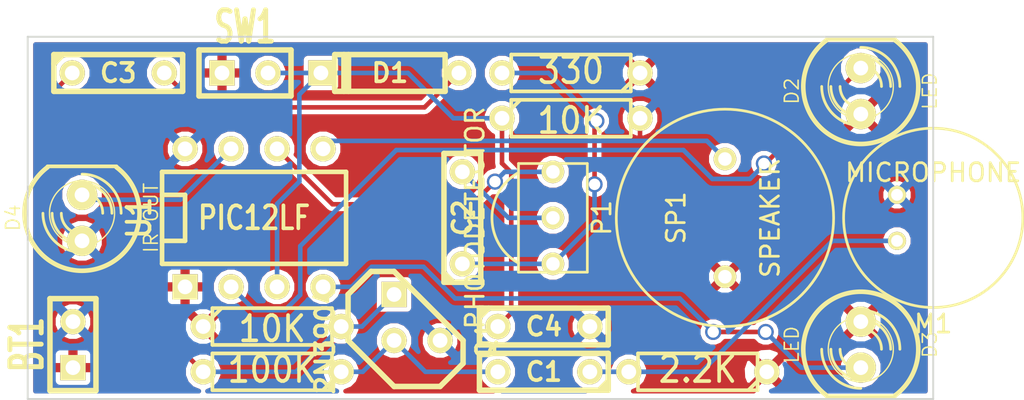
<source format=kicad_pcb>
(kicad_pcb (version 3) (host pcbnew "(2013-07-07 BZR 4022)-stable")

  (general
    (links 34)
    (no_connects 0)
    (area 179.51055 144.18873 236.884555 167.357511)
    (thickness 1.6)
    (drawings 4)
    (tracks 82)
    (zones 0)
    (modules 20)
    (nets 15)
  )

  (page A3)
  (layers
    (15 F.Cu signal)
    (0 B.Cu signal hide)
    (16 B.Adhes user)
    (17 F.Adhes user)
    (18 B.Paste user)
    (19 F.Paste user)
    (20 B.SilkS user)
    (21 F.SilkS user)
    (22 B.Mask user)
    (23 F.Mask user)
    (24 Dwgs.User user)
    (25 Cmts.User user)
    (26 Eco1.User user)
    (27 Eco2.User user)
    (28 Edge.Cuts user)
  )

  (setup
    (last_trace_width 0.254)
    (trace_clearance 0.254)
    (zone_clearance 0.254)
    (zone_45_only no)
    (trace_min 0.254)
    (segment_width 0.2)
    (edge_width 0.1)
    (via_size 0.889)
    (via_drill 0.635)
    (via_min_size 0.889)
    (via_min_drill 0.508)
    (uvia_size 0.508)
    (uvia_drill 0.127)
    (uvias_allowed no)
    (uvia_min_size 0.508)
    (uvia_min_drill 0.127)
    (pcb_text_width 0.3)
    (pcb_text_size 1.5 1.5)
    (mod_edge_width 0.15)
    (mod_text_size 1 1)
    (mod_text_width 0.15)
    (pad_size 1.25 1.25)
    (pad_drill 0.75)
    (pad_to_mask_clearance 0)
    (aux_axis_origin 0 0)
    (visible_elements FFFFFFBF)
    (pcbplotparams
      (layerselection 3178497)
      (usegerberextensions true)
      (excludeedgelayer true)
      (linewidth 0.150000)
      (plotframeref false)
      (viasonmask false)
      (mode 1)
      (useauxorigin false)
      (hpglpennumber 1)
      (hpglpenspeed 20)
      (hpglpendiameter 15)
      (hpglpenoverlay 2)
      (psnegative false)
      (psa4output false)
      (plotreference true)
      (plotvalue true)
      (plotothertext true)
      (plotinvisibletext false)
      (padsonsilk false)
      (subtractmaskfromsilk false)
      (outputformat 1)
      (mirror false)
      (drillshape 1)
      (scaleselection 1)
      (outputdirectory ""))
  )

  (net 0 "")
  (net 1 /IR_IN)
  (net 2 /MIC_IN)
  (net 3 /SPEAKER)
  (net 4 GND)
  (net 5 N-0000010)
  (net 6 N-0000012)
  (net 7 N-0000013)
  (net 8 N-0000014)
  (net 9 N-000002)
  (net 10 N-000003)
  (net 11 N-000007)
  (net 12 N-000008)
  (net 13 N-000009)
  (net 14 VDD)

  (net_class Default "This is the default net class."
    (clearance 0.254)
    (trace_width 0.254)
    (via_dia 0.889)
    (via_drill 0.635)
    (uvia_dia 0.508)
    (uvia_drill 0.127)
    (add_net "")
    (add_net /IR_IN)
    (add_net /MIC_IN)
    (add_net /SPEAKER)
    (add_net GND)
    (add_net N-0000010)
    (add_net N-0000012)
    (add_net N-0000013)
    (add_net N-0000014)
    (add_net N-000002)
    (add_net N-000003)
    (add_net N-000007)
    (add_net N-000008)
    (add_net N-000009)
    (add_net VDD)
  )

  (module TSOP34838 (layer F.Cu) (tedit 53D55EC6) (tstamp 53D63709)
    (at 210 156 270)
    (path /53D5376D)
    (fp_text reference P1 (at 0 -2.7 270) (layer F.SilkS)
      (effects (font (size 1 1) (thickness 0.15)))
    )
    (fp_text value PHOTODETECTOR (at 0 4.3 270) (layer F.SilkS)
      (effects (font (size 1 1) (thickness 0.15)))
    )
    (fp_arc (start 0 0.5) (end 2.5 1.9) (angle 120) (layer F.SilkS) (width 0.15))
    (fp_line (start 3 -1.9) (end 3 1.9) (layer F.SilkS) (width 0.15))
    (fp_line (start 3 1.9) (end -3 1.9) (layer F.SilkS) (width 0.15))
    (fp_line (start -3 1.9) (end -3 -1.9) (layer F.SilkS) (width 0.15))
    (fp_line (start -3 -1.9) (end 3 -1.9) (layer F.SilkS) (width 0.15))
    (pad 1 thru_hole circle (at -2.54 0 270) (size 1.25 1.25) (drill 0.75)
      (layers *.Cu *.Mask F.SilkS)
      (net 1 /IR_IN)
    )
    (pad 2 thru_hole circle (at 0 0 270) (size 1.25 1.25) (drill 0.75)
      (layers *.Cu *.Mask F.SilkS)
      (net 12 N-000008)
    )
    (pad 3 thru_hole circle (at 2.54 0 270) (size 1.25 1.25) (drill 0.75)
      (layers *.Cu *.Mask F.SilkS)
      (net 13 N-000009)
    )
  )

  (module TO92-123 (layer F.Cu) (tedit 4C5F51CE) (tstamp 53D63718)
    (at 202.5 161.5 90)
    (descr "Transistor TO92 brochage type BC237")
    (tags "TR TO92")
    (path /53D52FCA)
    (fp_text reference Q1 (at -1.27 3.81 90) (layer F.SilkS)
      (effects (font (size 1.016 1.016) (thickness 0.2032)))
    )
    (fp_text value 2N3904 (at -1.27 -5.08 90) (layer F.SilkS)
      (effects (font (size 1.016 1.016) (thickness 0.2032)))
    )
    (fp_line (start -1.27 2.54) (end 2.54 -1.27) (layer F.SilkS) (width 0.3048))
    (fp_line (start 2.54 -1.27) (end 2.54 -2.54) (layer F.SilkS) (width 0.3048))
    (fp_line (start 2.54 -2.54) (end 1.27 -3.81) (layer F.SilkS) (width 0.3048))
    (fp_line (start 1.27 -3.81) (end -1.27 -3.81) (layer F.SilkS) (width 0.3048))
    (fp_line (start -1.27 -3.81) (end -3.81 -1.27) (layer F.SilkS) (width 0.3048))
    (fp_line (start -3.81 -1.27) (end -3.81 1.27) (layer F.SilkS) (width 0.3048))
    (fp_line (start -3.81 1.27) (end -2.54 2.54) (layer F.SilkS) (width 0.3048))
    (fp_line (start -2.54 2.54) (end -1.27 2.54) (layer F.SilkS) (width 0.3048))
    (pad 3 thru_hole rect (at 1.27 -1.27 90) (size 1.397 1.397) (drill 0.8128)
      (layers *.Cu *.Mask F.SilkS)
      (net 6 N-0000012)
    )
    (pad 2 thru_hole circle (at -1.27 -1.27 90) (size 1.397 1.397) (drill 0.8128)
      (layers *.Cu *.Mask F.SilkS)
      (net 7 N-0000013)
    )
    (pad 1 thru_hole circle (at -1.27 1.27 90) (size 1.397 1.397) (drill 0.8128)
      (layers *.Cu *.Mask F.SilkS)
      (net 4 GND)
    )
    (model discret/to98.wrl
      (at (xyz 0 0 0))
      (scale (xyz 1 1 1))
      (rotate (xyz 0 0 0))
    )
  )

  (module SIL-2 (layer F.Cu) (tedit 200000) (tstamp 53D63722)
    (at 193 148)
    (descr "Connecteurs 2 pins")
    (tags "CONN DEV")
    (path /53D548CF)
    (fp_text reference SW1 (at 0 -2.54) (layer F.SilkS)
      (effects (font (size 1.72974 1.08712) (thickness 0.3048)))
    )
    (fp_text value SW_PUSH (at 0 -2.54) (layer F.SilkS) hide
      (effects (font (size 1.524 1.016) (thickness 0.3048)))
    )
    (fp_line (start -2.54 1.27) (end -2.54 -1.27) (layer F.SilkS) (width 0.3048))
    (fp_line (start -2.54 -1.27) (end 2.54 -1.27) (layer F.SilkS) (width 0.3048))
    (fp_line (start 2.54 -1.27) (end 2.54 1.27) (layer F.SilkS) (width 0.3048))
    (fp_line (start 2.54 1.27) (end -2.54 1.27) (layer F.SilkS) (width 0.3048))
    (pad 1 thru_hole rect (at -1.27 0) (size 1.397 1.397) (drill 0.8128)
      (layers *.Cu *.Mask F.SilkS)
      (net 14 VDD)
    )
    (pad 2 thru_hole circle (at 1.27 0) (size 1.397 1.397) (drill 0.8128)
      (layers *.Cu *.Mask F.SilkS)
      (net 2 /MIC_IN)
    )
  )

  (module SIL-2 (layer F.Cu) (tedit 200000) (tstamp 53D6372C)
    (at 183.5 163 90)
    (descr "Connecteurs 2 pins")
    (tags "CONN DEV")
    (path /53D54000)
    (fp_text reference BT1 (at 0 -2.54 90) (layer F.SilkS)
      (effects (font (size 1.72974 1.08712) (thickness 0.3048)))
    )
    (fp_text value BATTERY (at 0 -2.54 90) (layer F.SilkS) hide
      (effects (font (size 1.524 1.016) (thickness 0.3048)))
    )
    (fp_line (start -2.54 1.27) (end -2.54 -1.27) (layer F.SilkS) (width 0.3048))
    (fp_line (start -2.54 -1.27) (end 2.54 -1.27) (layer F.SilkS) (width 0.3048))
    (fp_line (start 2.54 -1.27) (end 2.54 1.27) (layer F.SilkS) (width 0.3048))
    (fp_line (start 2.54 1.27) (end -2.54 1.27) (layer F.SilkS) (width 0.3048))
    (pad 1 thru_hole rect (at -1.27 0 90) (size 1.397 1.397) (drill 0.8128)
      (layers *.Cu *.Mask F.SilkS)
      (net 14 VDD)
    )
    (pad 2 thru_hole circle (at 1.27 0 90) (size 1.397 1.397) (drill 0.8128)
      (layers *.Cu *.Mask F.SilkS)
      (net 4 GND)
    )
  )

  (module R3 (layer F.Cu) (tedit 4E4C0E65) (tstamp 53D6373A)
    (at 211 150.5)
    (descr "Resitance 3 pas")
    (tags R)
    (path /53D54A39)
    (autoplace_cost180 10)
    (fp_text reference R5 (at 0 0.127) (layer F.SilkS) hide
      (effects (font (size 1.397 1.27) (thickness 0.2032)))
    )
    (fp_text value 10K (at 0 0.127) (layer F.SilkS)
      (effects (font (size 1.397 1.27) (thickness 0.2032)))
    )
    (fp_line (start -3.81 0) (end -3.302 0) (layer F.SilkS) (width 0.2032))
    (fp_line (start 3.81 0) (end 3.302 0) (layer F.SilkS) (width 0.2032))
    (fp_line (start 3.302 0) (end 3.302 -1.016) (layer F.SilkS) (width 0.2032))
    (fp_line (start 3.302 -1.016) (end -3.302 -1.016) (layer F.SilkS) (width 0.2032))
    (fp_line (start -3.302 -1.016) (end -3.302 1.016) (layer F.SilkS) (width 0.2032))
    (fp_line (start -3.302 1.016) (end 3.302 1.016) (layer F.SilkS) (width 0.2032))
    (fp_line (start 3.302 1.016) (end 3.302 0) (layer F.SilkS) (width 0.2032))
    (fp_line (start -3.302 -0.508) (end -2.794 -1.016) (layer F.SilkS) (width 0.2032))
    (pad 1 thru_hole circle (at -3.81 0) (size 1.397 1.397) (drill 0.8128)
      (layers *.Cu *.Mask F.SilkS)
      (net 2 /MIC_IN)
    )
    (pad 2 thru_hole circle (at 3.81 0) (size 1.397 1.397) (drill 0.8128)
      (layers *.Cu *.Mask F.SilkS)
      (net 4 GND)
    )
    (model discret/resistor.wrl
      (at (xyz 0 0 0))
      (scale (xyz 0.3 0.3 0.3))
      (rotate (xyz 0 0 0))
    )
  )

  (module R3 (layer F.Cu) (tedit 4E4C0E65) (tstamp 53D63748)
    (at 218 164.5 180)
    (descr "Resitance 3 pas")
    (tags R)
    (path /53D52F5A)
    (autoplace_cost180 10)
    (fp_text reference R1 (at 0 0.127 180) (layer F.SilkS) hide
      (effects (font (size 1.397 1.27) (thickness 0.2032)))
    )
    (fp_text value 2.2K (at 0 0.127 180) (layer F.SilkS)
      (effects (font (size 1.397 1.27) (thickness 0.2032)))
    )
    (fp_line (start -3.81 0) (end -3.302 0) (layer F.SilkS) (width 0.2032))
    (fp_line (start 3.81 0) (end 3.302 0) (layer F.SilkS) (width 0.2032))
    (fp_line (start 3.302 0) (end 3.302 -1.016) (layer F.SilkS) (width 0.2032))
    (fp_line (start 3.302 -1.016) (end -3.302 -1.016) (layer F.SilkS) (width 0.2032))
    (fp_line (start -3.302 -1.016) (end -3.302 1.016) (layer F.SilkS) (width 0.2032))
    (fp_line (start -3.302 1.016) (end 3.302 1.016) (layer F.SilkS) (width 0.2032))
    (fp_line (start 3.302 1.016) (end 3.302 0) (layer F.SilkS) (width 0.2032))
    (fp_line (start -3.302 -0.508) (end -2.794 -1.016) (layer F.SilkS) (width 0.2032))
    (pad 1 thru_hole circle (at -3.81 0 180) (size 1.397 1.397) (drill 0.8128)
      (layers *.Cu *.Mask F.SilkS)
      (net 14 VDD)
    )
    (pad 2 thru_hole circle (at 3.81 0 180) (size 1.397 1.397) (drill 0.8128)
      (layers *.Cu *.Mask F.SilkS)
      (net 8 N-0000014)
    )
    (model discret/resistor.wrl
      (at (xyz 0 0 0))
      (scale (xyz 0.3 0.3 0.3))
      (rotate (xyz 0 0 0))
    )
  )

  (module R3 (layer F.Cu) (tedit 4E4C0E65) (tstamp 53D63756)
    (at 194.5 162)
    (descr "Resitance 3 pas")
    (tags R)
    (path /53D52FD9)
    (autoplace_cost180 10)
    (fp_text reference R4 (at 0 0.127) (layer F.SilkS) hide
      (effects (font (size 1.397 1.27) (thickness 0.2032)))
    )
    (fp_text value 10K (at 0 0.127) (layer F.SilkS)
      (effects (font (size 1.397 1.27) (thickness 0.2032)))
    )
    (fp_line (start -3.81 0) (end -3.302 0) (layer F.SilkS) (width 0.2032))
    (fp_line (start 3.81 0) (end 3.302 0) (layer F.SilkS) (width 0.2032))
    (fp_line (start 3.302 0) (end 3.302 -1.016) (layer F.SilkS) (width 0.2032))
    (fp_line (start 3.302 -1.016) (end -3.302 -1.016) (layer F.SilkS) (width 0.2032))
    (fp_line (start -3.302 -1.016) (end -3.302 1.016) (layer F.SilkS) (width 0.2032))
    (fp_line (start -3.302 1.016) (end 3.302 1.016) (layer F.SilkS) (width 0.2032))
    (fp_line (start 3.302 1.016) (end 3.302 0) (layer F.SilkS) (width 0.2032))
    (fp_line (start -3.302 -0.508) (end -2.794 -1.016) (layer F.SilkS) (width 0.2032))
    (pad 1 thru_hole circle (at -3.81 0) (size 1.397 1.397) (drill 0.8128)
      (layers *.Cu *.Mask F.SilkS)
      (net 14 VDD)
    )
    (pad 2 thru_hole circle (at 3.81 0) (size 1.397 1.397) (drill 0.8128)
      (layers *.Cu *.Mask F.SilkS)
      (net 6 N-0000012)
    )
    (model discret/resistor.wrl
      (at (xyz 0 0 0))
      (scale (xyz 0.3 0.3 0.3))
      (rotate (xyz 0 0 0))
    )
  )

  (module R3 (layer F.Cu) (tedit 4E4C0E65) (tstamp 53D63764)
    (at 194.5 164.5 180)
    (descr "Resitance 3 pas")
    (tags R)
    (path /53D52FE8)
    (autoplace_cost180 10)
    (fp_text reference R3 (at 0 0.127 180) (layer F.SilkS) hide
      (effects (font (size 1.397 1.27) (thickness 0.2032)))
    )
    (fp_text value 100K (at 0 0.127 180) (layer F.SilkS)
      (effects (font (size 1.397 1.27) (thickness 0.2032)))
    )
    (fp_line (start -3.81 0) (end -3.302 0) (layer F.SilkS) (width 0.2032))
    (fp_line (start 3.81 0) (end 3.302 0) (layer F.SilkS) (width 0.2032))
    (fp_line (start 3.302 0) (end 3.302 -1.016) (layer F.SilkS) (width 0.2032))
    (fp_line (start 3.302 -1.016) (end -3.302 -1.016) (layer F.SilkS) (width 0.2032))
    (fp_line (start -3.302 -1.016) (end -3.302 1.016) (layer F.SilkS) (width 0.2032))
    (fp_line (start -3.302 1.016) (end 3.302 1.016) (layer F.SilkS) (width 0.2032))
    (fp_line (start 3.302 1.016) (end 3.302 0) (layer F.SilkS) (width 0.2032))
    (fp_line (start -3.302 -0.508) (end -2.794 -1.016) (layer F.SilkS) (width 0.2032))
    (pad 1 thru_hole circle (at -3.81 0 180) (size 1.397 1.397) (drill 0.8128)
      (layers *.Cu *.Mask F.SilkS)
      (net 7 N-0000013)
    )
    (pad 2 thru_hole circle (at 3.81 0 180) (size 1.397 1.397) (drill 0.8128)
      (layers *.Cu *.Mask F.SilkS)
      (net 6 N-0000012)
    )
    (model discret/resistor.wrl
      (at (xyz 0 0 0))
      (scale (xyz 0.3 0.3 0.3))
      (rotate (xyz 0 0 0))
    )
  )

  (module R3 (layer F.Cu) (tedit 4E4C0E65) (tstamp 53D63772)
    (at 211 148 180)
    (descr "Resitance 3 pas")
    (tags R)
    (path /53D53896)
    (autoplace_cost180 10)
    (fp_text reference R2 (at 0 0.127 180) (layer F.SilkS) hide
      (effects (font (size 1.397 1.27) (thickness 0.2032)))
    )
    (fp_text value 330 (at 0 0.127 180) (layer F.SilkS)
      (effects (font (size 1.397 1.27) (thickness 0.2032)))
    )
    (fp_line (start -3.81 0) (end -3.302 0) (layer F.SilkS) (width 0.2032))
    (fp_line (start 3.81 0) (end 3.302 0) (layer F.SilkS) (width 0.2032))
    (fp_line (start 3.302 0) (end 3.302 -1.016) (layer F.SilkS) (width 0.2032))
    (fp_line (start 3.302 -1.016) (end -3.302 -1.016) (layer F.SilkS) (width 0.2032))
    (fp_line (start -3.302 -1.016) (end -3.302 1.016) (layer F.SilkS) (width 0.2032))
    (fp_line (start -3.302 1.016) (end 3.302 1.016) (layer F.SilkS) (width 0.2032))
    (fp_line (start 3.302 1.016) (end 3.302 0) (layer F.SilkS) (width 0.2032))
    (fp_line (start -3.302 -0.508) (end -2.794 -1.016) (layer F.SilkS) (width 0.2032))
    (pad 1 thru_hole circle (at -3.81 0 180) (size 1.397 1.397) (drill 0.8128)
      (layers *.Cu *.Mask F.SilkS)
      (net 14 VDD)
    )
    (pad 2 thru_hole circle (at 3.81 0 180) (size 1.397 1.397) (drill 0.8128)
      (layers *.Cu *.Mask F.SilkS)
      (net 13 N-000009)
    )
    (model discret/resistor.wrl
      (at (xyz 0 0 0))
      (scale (xyz 0.3 0.3 0.3))
      (rotate (xyz 0 0 0))
    )
  )

  (module LED-5MM (layer F.Cu) (tedit 50ADE86B) (tstamp 53D63781)
    (at 227 163 270)
    (descr "LED 5mm - Lead pitch 100mil (2,54mm)")
    (tags "LED led 5mm 5MM 100mil 2,54mm")
    (path /53D53DF9)
    (fp_text reference D3 (at 0 -3.81 270) (layer F.SilkS)
      (effects (font (size 0.762 0.762) (thickness 0.0889)))
    )
    (fp_text value LED (at 0 3.81 270) (layer F.SilkS)
      (effects (font (size 0.762 0.762) (thickness 0.0889)))
    )
    (fp_line (start 2.8448 1.905) (end 2.8448 -1.905) (layer F.SilkS) (width 0.2032))
    (fp_circle (center 0.254 0) (end -1.016 1.27) (layer F.SilkS) (width 0.0762))
    (fp_arc (start 0.254 0) (end 2.794 1.905) (angle 286.2) (layer F.SilkS) (width 0.254))
    (fp_arc (start 0.254 0) (end -0.889 0) (angle 90) (layer F.SilkS) (width 0.1524))
    (fp_arc (start 0.254 0) (end 1.397 0) (angle 90) (layer F.SilkS) (width 0.1524))
    (fp_arc (start 0.254 0) (end -1.397 0) (angle 90) (layer F.SilkS) (width 0.1524))
    (fp_arc (start 0.254 0) (end 1.905 0) (angle 90) (layer F.SilkS) (width 0.1524))
    (fp_arc (start 0.254 0) (end -1.905 0) (angle 90) (layer F.SilkS) (width 0.1524))
    (fp_arc (start 0.254 0) (end 2.413 0) (angle 90) (layer F.SilkS) (width 0.1524))
    (pad 1 thru_hole circle (at -1.27 0 270) (size 1.6764 1.6764) (drill 0.8128)
      (layers *.Cu *.Mask F.SilkS)
      (net 14 VDD)
    )
    (pad 2 thru_hole circle (at 1.27 0 270) (size 1.6764 1.6764) (drill 0.8128)
      (layers *.Cu *.Mask F.SilkS)
      (net 10 N-000003)
    )
    (model discret/leds/led5_vertical_verde.wrl
      (at (xyz 0 0 0))
      (scale (xyz 1 1 1))
      (rotate (xyz 0 0 0))
    )
  )

  (module LED-5MM (layer F.Cu) (tedit 50ADE86B) (tstamp 53D63790)
    (at 184 156 90)
    (descr "LED 5mm - Lead pitch 100mil (2,54mm)")
    (tags "LED led 5mm 5MM 100mil 2,54mm")
    (path /53D53960)
    (fp_text reference D4 (at 0 -3.81 90) (layer F.SilkS)
      (effects (font (size 0.762 0.762) (thickness 0.0889)))
    )
    (fp_text value "IR OUT" (at 0 3.81 90) (layer F.SilkS)
      (effects (font (size 0.762 0.762) (thickness 0.0889)))
    )
    (fp_line (start 2.8448 1.905) (end 2.8448 -1.905) (layer F.SilkS) (width 0.2032))
    (fp_circle (center 0.254 0) (end -1.016 1.27) (layer F.SilkS) (width 0.0762))
    (fp_arc (start 0.254 0) (end 2.794 1.905) (angle 286.2) (layer F.SilkS) (width 0.254))
    (fp_arc (start 0.254 0) (end -0.889 0) (angle 90) (layer F.SilkS) (width 0.1524))
    (fp_arc (start 0.254 0) (end 1.397 0) (angle 90) (layer F.SilkS) (width 0.1524))
    (fp_arc (start 0.254 0) (end -1.397 0) (angle 90) (layer F.SilkS) (width 0.1524))
    (fp_arc (start 0.254 0) (end 1.905 0) (angle 90) (layer F.SilkS) (width 0.1524))
    (fp_arc (start 0.254 0) (end -1.905 0) (angle 90) (layer F.SilkS) (width 0.1524))
    (fp_arc (start 0.254 0) (end 2.413 0) (angle 90) (layer F.SilkS) (width 0.1524))
    (pad 1 thru_hole circle (at -1.27 0 90) (size 1.6764 1.6764) (drill 0.8128)
      (layers *.Cu *.Mask F.SilkS)
      (net 4 GND)
    )
    (pad 2 thru_hole circle (at 1.27 0 90) (size 1.6764 1.6764) (drill 0.8128)
      (layers *.Cu *.Mask F.SilkS)
      (net 11 N-000007)
    )
    (model discret/leds/led5_vertical_verde.wrl
      (at (xyz 0 0 0))
      (scale (xyz 1 1 1))
      (rotate (xyz 0 0 0))
    )
  )

  (module LED-5MM (layer F.Cu) (tedit 50ADE86B) (tstamp 53D6379F)
    (at 227 149 90)
    (descr "LED 5mm - Lead pitch 100mil (2,54mm)")
    (tags "LED led 5mm 5MM 100mil 2,54mm")
    (path /53D53DD8)
    (fp_text reference D2 (at 0 -3.81 90) (layer F.SilkS)
      (effects (font (size 0.762 0.762) (thickness 0.0889)))
    )
    (fp_text value LED (at 0 3.81 90) (layer F.SilkS)
      (effects (font (size 0.762 0.762) (thickness 0.0889)))
    )
    (fp_line (start 2.8448 1.905) (end 2.8448 -1.905) (layer F.SilkS) (width 0.2032))
    (fp_circle (center 0.254 0) (end -1.016 1.27) (layer F.SilkS) (width 0.0762))
    (fp_arc (start 0.254 0) (end 2.794 1.905) (angle 286.2) (layer F.SilkS) (width 0.254))
    (fp_arc (start 0.254 0) (end -0.889 0) (angle 90) (layer F.SilkS) (width 0.1524))
    (fp_arc (start 0.254 0) (end 1.397 0) (angle 90) (layer F.SilkS) (width 0.1524))
    (fp_arc (start 0.254 0) (end -1.397 0) (angle 90) (layer F.SilkS) (width 0.1524))
    (fp_arc (start 0.254 0) (end 1.905 0) (angle 90) (layer F.SilkS) (width 0.1524))
    (fp_arc (start 0.254 0) (end -1.905 0) (angle 90) (layer F.SilkS) (width 0.1524))
    (fp_arc (start 0.254 0) (end 2.413 0) (angle 90) (layer F.SilkS) (width 0.1524))
    (pad 1 thru_hole circle (at -1.27 0 90) (size 1.6764 1.6764) (drill 0.8128)
      (layers *.Cu *.Mask F.SilkS)
      (net 14 VDD)
    )
    (pad 2 thru_hole circle (at 1.27 0 90) (size 1.6764 1.6764) (drill 0.8128)
      (layers *.Cu *.Mask F.SilkS)
      (net 9 N-000002)
    )
    (model discret/leds/led5_vertical_verde.wrl
      (at (xyz 0 0 0))
      (scale (xyz 1 1 1))
      (rotate (xyz 0 0 0))
    )
  )

  (module GT-111P (layer F.Cu) (tedit 53D55B3E) (tstamp 53D637A6)
    (at 219.5 156 90)
    (path /53D52F16)
    (fp_text reference SP1 (at 0 -2.7 90) (layer F.SilkS)
      (effects (font (size 1 1) (thickness 0.15)))
    )
    (fp_text value SPEAKER (at 0 2.5 90) (layer F.SilkS)
      (effects (font (size 1 1) (thickness 0.15)))
    )
    (fp_circle (center 0 0) (end 6 0) (layer F.SilkS) (width 0.15))
    (pad 1 thru_hole circle (at -3.25 0 90) (size 1.25 1.25) (drill 0.75)
      (layers *.Cu *.Mask F.SilkS)
      (net 14 VDD)
    )
    (pad 2 thru_hole circle (at 3.25 0 90) (size 1.25 1.25) (drill 0.75)
      (layers *.Cu *.Mask F.SilkS)
      (net 3 /SPEAKER)
    )
  )

  (module DIP-8__300 (layer F.Cu) (tedit 43A7F843) (tstamp 53D637B9)
    (at 193.5 156)
    (descr "8 pins DIL package, round pads")
    (tags DIL)
    (path /53D52C66)
    (fp_text reference U1 (at -6.35 0 90) (layer F.SilkS)
      (effects (font (size 1.27 1.143) (thickness 0.2032)))
    )
    (fp_text value PIC12LF (at 0 0) (layer F.SilkS)
      (effects (font (size 1.27 1.016) (thickness 0.2032)))
    )
    (fp_line (start -5.08 -1.27) (end -3.81 -1.27) (layer F.SilkS) (width 0.254))
    (fp_line (start -3.81 -1.27) (end -3.81 1.27) (layer F.SilkS) (width 0.254))
    (fp_line (start -3.81 1.27) (end -5.08 1.27) (layer F.SilkS) (width 0.254))
    (fp_line (start -5.08 -2.54) (end 5.08 -2.54) (layer F.SilkS) (width 0.254))
    (fp_line (start 5.08 -2.54) (end 5.08 2.54) (layer F.SilkS) (width 0.254))
    (fp_line (start 5.08 2.54) (end -5.08 2.54) (layer F.SilkS) (width 0.254))
    (fp_line (start -5.08 2.54) (end -5.08 -2.54) (layer F.SilkS) (width 0.254))
    (pad 1 thru_hole rect (at -3.81 3.81) (size 1.397 1.397) (drill 0.8128)
      (layers *.Cu *.Mask F.SilkS)
      (net 14 VDD)
    )
    (pad 2 thru_hole circle (at -1.27 3.81) (size 1.397 1.397) (drill 0.8128)
      (layers *.Cu *.Mask F.SilkS)
      (net 9 N-000002)
    )
    (pad 3 thru_hole circle (at 1.27 3.81) (size 1.397 1.397) (drill 0.8128)
      (layers *.Cu *.Mask F.SilkS)
      (net 2 /MIC_IN)
    )
    (pad 4 thru_hole circle (at 3.81 3.81) (size 1.397 1.397) (drill 0.8128)
      (layers *.Cu *.Mask F.SilkS)
      (net 10 N-000003)
    )
    (pad 5 thru_hole circle (at 3.81 -3.81) (size 1.397 1.397) (drill 0.8128)
      (layers *.Cu *.Mask F.SilkS)
      (net 3 /SPEAKER)
    )
    (pad 6 thru_hole circle (at 1.27 -3.81) (size 1.397 1.397) (drill 0.8128)
      (layers *.Cu *.Mask F.SilkS)
      (net 1 /IR_IN)
    )
    (pad 7 thru_hole circle (at -1.27 -3.81) (size 1.397 1.397) (drill 0.8128)
      (layers *.Cu *.Mask F.SilkS)
      (net 11 N-000007)
    )
    (pad 8 thru_hole circle (at -3.81 -3.81) (size 1.397 1.397) (drill 0.8128)
      (layers *.Cu *.Mask F.SilkS)
      (net 4 GND)
    )
    (model dil/dil_8.wrl
      (at (xyz 0 0 0))
      (scale (xyz 1 1 1))
      (rotate (xyz 0 0 0))
    )
  )

  (module D3 (layer F.Cu) (tedit 200000) (tstamp 53D637C9)
    (at 201 148 180)
    (descr "Diode 3 pas")
    (tags "DIODE DEV")
    (path /53D54A1B)
    (fp_text reference D1 (at 0 0 180) (layer F.SilkS)
      (effects (font (size 1.016 1.016) (thickness 0.2032)))
    )
    (fp_text value DIODE (at 0 0 180) (layer F.SilkS) hide
      (effects (font (size 1.016 1.016) (thickness 0.2032)))
    )
    (fp_line (start 3.81 0) (end 3.048 0) (layer F.SilkS) (width 0.3048))
    (fp_line (start 3.048 0) (end 3.048 -1.016) (layer F.SilkS) (width 0.3048))
    (fp_line (start 3.048 -1.016) (end -3.048 -1.016) (layer F.SilkS) (width 0.3048))
    (fp_line (start -3.048 -1.016) (end -3.048 0) (layer F.SilkS) (width 0.3048))
    (fp_line (start -3.048 0) (end -3.81 0) (layer F.SilkS) (width 0.3048))
    (fp_line (start -3.048 0) (end -3.048 1.016) (layer F.SilkS) (width 0.3048))
    (fp_line (start -3.048 1.016) (end 3.048 1.016) (layer F.SilkS) (width 0.3048))
    (fp_line (start 3.048 1.016) (end 3.048 0) (layer F.SilkS) (width 0.3048))
    (fp_line (start 2.54 -1.016) (end 2.54 1.016) (layer F.SilkS) (width 0.3048))
    (fp_line (start 2.286 1.016) (end 2.286 -1.016) (layer F.SilkS) (width 0.3048))
    (pad 2 thru_hole rect (at 3.81 0 180) (size 1.397 1.397) (drill 0.8128)
      (layers *.Cu *.Mask F.SilkS)
      (net 2 /MIC_IN)
    )
    (pad 1 thru_hole circle (at -3.81 0 180) (size 1.397 1.397) (drill 0.8128)
      (layers *.Cu *.Mask F.SilkS)
      (net 5 N-0000010)
    )
    (model discret/diode.wrl
      (at (xyz 0 0 0))
      (scale (xyz 0.3 0.3 0.3))
      (rotate (xyz 0 0 0))
    )
  )

  (module CMA-4544PF-W (layer F.Cu) (tedit 53D55CCA) (tstamp 53D6391B)
    (at 231 156 180)
    (path /53D52F41)
    (fp_text reference M1 (at 0 -5.85 180) (layer F.SilkS)
      (effects (font (size 1 1) (thickness 0.15)))
    )
    (fp_text value MICROPHONE (at 0 2.5 180) (layer F.SilkS)
      (effects (font (size 1 1) (thickness 0.15)))
    )
    (fp_circle (center 0 0) (end 4.95 0) (layer F.SilkS) (width 0.15))
    (pad 1 thru_hole circle (at 2 -1.27 180) (size 1 1) (drill 0.65)
      (layers *.Cu *.Mask F.SilkS)
      (net 8 N-0000014)
    )
    (pad 2 thru_hole circle (at 2 1.27 180) (size 1 1) (drill 0.65)
      (layers *.Cu *.Mask F.SilkS)
      (net 4 GND)
    )
  )

  (module C2 (layer F.Cu) (tedit 200000) (tstamp 53D637DB)
    (at 205 156 90)
    (descr "Condensateur = 2 pas")
    (tags C)
    (path /53D53799)
    (fp_text reference C2 (at 0 0 90) (layer F.SilkS)
      (effects (font (size 1.016 1.016) (thickness 0.2032)))
    )
    (fp_text value 1uF (at 0 0 90) (layer F.SilkS) hide
      (effects (font (size 1.016 1.016) (thickness 0.2032)))
    )
    (fp_line (start -3.556 -1.016) (end 3.556 -1.016) (layer F.SilkS) (width 0.3048))
    (fp_line (start 3.556 -1.016) (end 3.556 1.016) (layer F.SilkS) (width 0.3048))
    (fp_line (start 3.556 1.016) (end -3.556 1.016) (layer F.SilkS) (width 0.3048))
    (fp_line (start -3.556 1.016) (end -3.556 -1.016) (layer F.SilkS) (width 0.3048))
    (fp_line (start -3.556 -0.508) (end -3.048 -1.016) (layer F.SilkS) (width 0.3048))
    (pad 1 thru_hole circle (at -2.54 0 90) (size 1.397 1.397) (drill 0.8128)
      (layers *.Cu *.Mask F.SilkS)
      (net 13 N-000009)
    )
    (pad 2 thru_hole circle (at 2.54 0 90) (size 1.397 1.397) (drill 0.8128)
      (layers *.Cu *.Mask F.SilkS)
      (net 12 N-000008)
    )
    (model discret/capa_2pas_5x5mm.wrl
      (at (xyz 0 0 0))
      (scale (xyz 1 1 1))
      (rotate (xyz 0 0 0))
    )
  )

  (module C2 (layer F.Cu) (tedit 200000) (tstamp 53D637E6)
    (at 186 148)
    (descr "Condensateur = 2 pas")
    (tags C)
    (path /53D53243)
    (fp_text reference C3 (at 0 0) (layer F.SilkS)
      (effects (font (size 1.016 1.016) (thickness 0.2032)))
    )
    (fp_text value .1uF (at 0 0) (layer F.SilkS) hide
      (effects (font (size 1.016 1.016) (thickness 0.2032)))
    )
    (fp_line (start -3.556 -1.016) (end 3.556 -1.016) (layer F.SilkS) (width 0.3048))
    (fp_line (start 3.556 -1.016) (end 3.556 1.016) (layer F.SilkS) (width 0.3048))
    (fp_line (start 3.556 1.016) (end -3.556 1.016) (layer F.SilkS) (width 0.3048))
    (fp_line (start -3.556 1.016) (end -3.556 -1.016) (layer F.SilkS) (width 0.3048))
    (fp_line (start -3.556 -0.508) (end -3.048 -1.016) (layer F.SilkS) (width 0.3048))
    (pad 1 thru_hole circle (at -2.54 0) (size 1.397 1.397) (drill 0.8128)
      (layers *.Cu *.Mask F.SilkS)
      (net 6 N-0000012)
    )
    (pad 2 thru_hole circle (at 2.54 0) (size 1.397 1.397) (drill 0.8128)
      (layers *.Cu *.Mask F.SilkS)
      (net 5 N-0000010)
    )
    (model discret/capa_2pas_5x5mm.wrl
      (at (xyz 0 0 0))
      (scale (xyz 1 1 1))
      (rotate (xyz 0 0 0))
    )
  )

  (module C2 (layer F.Cu) (tedit 200000) (tstamp 53D637F1)
    (at 209.5 164.5 180)
    (descr "Condensateur = 2 pas")
    (tags C)
    (path /53D52FAF)
    (fp_text reference C1 (at 0 0 180) (layer F.SilkS)
      (effects (font (size 1.016 1.016) (thickness 0.2032)))
    )
    (fp_text value 1uF (at 0 0 180) (layer F.SilkS) hide
      (effects (font (size 1.016 1.016) (thickness 0.2032)))
    )
    (fp_line (start -3.556 -1.016) (end 3.556 -1.016) (layer F.SilkS) (width 0.3048))
    (fp_line (start 3.556 -1.016) (end 3.556 1.016) (layer F.SilkS) (width 0.3048))
    (fp_line (start 3.556 1.016) (end -3.556 1.016) (layer F.SilkS) (width 0.3048))
    (fp_line (start -3.556 1.016) (end -3.556 -1.016) (layer F.SilkS) (width 0.3048))
    (fp_line (start -3.556 -0.508) (end -3.048 -1.016) (layer F.SilkS) (width 0.3048))
    (pad 1 thru_hole circle (at -2.54 0 180) (size 1.397 1.397) (drill 0.8128)
      (layers *.Cu *.Mask F.SilkS)
      (net 8 N-0000014)
    )
    (pad 2 thru_hole circle (at 2.54 0 180) (size 1.397 1.397) (drill 0.8128)
      (layers *.Cu *.Mask F.SilkS)
      (net 7 N-0000013)
    )
    (model discret/capa_2pas_5x5mm.wrl
      (at (xyz 0 0 0))
      (scale (xyz 1 1 1))
      (rotate (xyz 0 0 0))
    )
  )

  (module C2 (layer F.Cu) (tedit 200000) (tstamp 53D637FC)
    (at 209.5 162)
    (descr "Condensateur = 2 pas")
    (tags C)
    (path /53D54A2A)
    (fp_text reference C4 (at 0 0) (layer F.SilkS)
      (effects (font (size 1.016 1.016) (thickness 0.2032)))
    )
    (fp_text value .33uF (at 0 0) (layer F.SilkS) hide
      (effects (font (size 1.016 1.016) (thickness 0.2032)))
    )
    (fp_line (start -3.556 -1.016) (end 3.556 -1.016) (layer F.SilkS) (width 0.3048))
    (fp_line (start 3.556 -1.016) (end 3.556 1.016) (layer F.SilkS) (width 0.3048))
    (fp_line (start 3.556 1.016) (end -3.556 1.016) (layer F.SilkS) (width 0.3048))
    (fp_line (start -3.556 1.016) (end -3.556 -1.016) (layer F.SilkS) (width 0.3048))
    (fp_line (start -3.556 -0.508) (end -3.048 -1.016) (layer F.SilkS) (width 0.3048))
    (pad 1 thru_hole circle (at -2.54 0) (size 1.397 1.397) (drill 0.8128)
      (layers *.Cu *.Mask F.SilkS)
      (net 2 /MIC_IN)
    )
    (pad 2 thru_hole circle (at 2.54 0) (size 1.397 1.397) (drill 0.8128)
      (layers *.Cu *.Mask F.SilkS)
      (net 4 GND)
    )
    (model discret/capa_2pas_5x5mm.wrl
      (at (xyz 0 0 0))
      (scale (xyz 1 1 1))
      (rotate (xyz 0 0 0))
    )
  )

  (gr_line (start 181 146) (end 181 166) (angle 90) (layer Edge.Cuts) (width 0.1))
  (gr_line (start 231 146) (end 181 146) (angle 90) (layer Edge.Cuts) (width 0.1))
  (gr_line (start 231 166) (end 231 146) (angle 90) (layer Edge.Cuts) (width 0.1))
  (gr_line (start 181 166) (end 231 166) (angle 90) (layer Edge.Cuts) (width 0.1))

  (segment (start 210 153.46) (end 207.34 153.46) (width 0.254) (layer B.Cu) (net 1))
  (segment (start 197.83 155.25) (end 194.77 152.19) (width 0.254) (layer F.Cu) (net 1) (tstamp 53D63D8F))
  (segment (start 205.55 155.25) (end 197.83 155.25) (width 0.254) (layer F.Cu) (net 1) (tstamp 53D63D8D))
  (segment (start 206.8 154) (end 205.55 155.25) (width 0.254) (layer F.Cu) (net 1) (tstamp 53D63D8C))
  (via (at 206.8 154) (size 0.889) (layers F.Cu B.Cu) (net 1))
  (segment (start 207.34 153.46) (end 206.8 154) (width 0.254) (layer B.Cu) (net 1) (tstamp 53D63D8A))
  (segment (start 207.19 150.5) (end 207.19 152.99) (width 0.254) (layer F.Cu) (net 2))
  (segment (start 207.7 161.26) (end 206.96 162) (width 0.254) (layer F.Cu) (net 2) (tstamp 53D63D9A))
  (segment (start 207.7 153.5) (end 207.7 161.26) (width 0.254) (layer F.Cu) (net 2) (tstamp 53D63D99))
  (segment (start 207.19 152.99) (end 207.7 153.5) (width 0.254) (layer F.Cu) (net 2) (tstamp 53D63D98))
  (segment (start 194.77 159.81) (end 194.77 155.23) (width 0.254) (layer B.Cu) (net 2))
  (segment (start 196 149.19) (end 197.19 148) (width 0.254) (layer B.Cu) (net 2) (tstamp 53D63CFD))
  (segment (start 196 154) (end 196 149.19) (width 0.254) (layer B.Cu) (net 2) (tstamp 53D63CFB))
  (segment (start 194.77 155.23) (end 196 154) (width 0.254) (layer B.Cu) (net 2) (tstamp 53D63CF9))
  (segment (start 207.19 161.77) (end 206.96 162) (width 0.254) (layer B.Cu) (net 2) (tstamp 53D63CF6))
  (segment (start 197.19 148) (end 202 148) (width 0.254) (layer B.Cu) (net 2))
  (segment (start 204.5 150.5) (end 207.19 150.5) (width 0.254) (layer B.Cu) (net 2) (tstamp 53D63CF2))
  (segment (start 202 148) (end 204.5 150.5) (width 0.254) (layer B.Cu) (net 2) (tstamp 53D63CF0))
  (segment (start 194.27 148) (end 197.19 148) (width 0.254) (layer B.Cu) (net 2))
  (segment (start 197.31 152.19) (end 197.75 151.75) (width 0.254) (layer B.Cu) (net 3))
  (segment (start 218.5 151.75) (end 219.5 152.75) (width 0.254) (layer B.Cu) (net 3) (tstamp 53D63D61))
  (segment (start 197.75 151.75) (end 218.5 151.75) (width 0.254) (layer B.Cu) (net 3) (tstamp 53D63D60))
  (segment (start 214.81 150.5) (end 214.81 159.23) (width 0.254) (layer F.Cu) (net 4) (status 400000))
  (segment (start 214.81 159.23) (end 212.04 162) (width 0.254) (layer F.Cu) (net 4) (tstamp 53D63E25) (status 800000))
  (segment (start 204.81 148) (end 202.91 149.9) (width 0.254) (layer F.Cu) (net 5))
  (segment (start 190.44 149.9) (end 188.54 148) (width 0.254) (layer F.Cu) (net 5) (tstamp 53D63DCE))
  (segment (start 202.91 149.9) (end 190.44 149.9) (width 0.254) (layer F.Cu) (net 5) (tstamp 53D63DCC))
  (segment (start 183.46 148) (end 182 149.46) (width 0.254) (layer F.Cu) (net 6) (status 400000))
  (segment (start 186.19 160) (end 190.69 164.5) (width 0.254) (layer F.Cu) (net 6) (tstamp 53D63E1E) (status 800000))
  (segment (start 183 160) (end 186.19 160) (width 0.254) (layer F.Cu) (net 6) (tstamp 53D63E1D))
  (segment (start 182 159) (end 183 160) (width 0.254) (layer F.Cu) (net 6) (tstamp 53D63E18))
  (segment (start 182 149.46) (end 182 159) (width 0.254) (layer F.Cu) (net 6) (tstamp 53D63E16))
  (segment (start 198.31 162) (end 199.46 162) (width 0.254) (layer B.Cu) (net 6))
  (segment (start 199.46 162) (end 201.23 160.23) (width 0.254) (layer B.Cu) (net 6) (tstamp 53D63D28))
  (segment (start 190.69 164.5) (end 195.81 164.5) (width 0.254) (layer B.Cu) (net 6))
  (segment (start 195.81 164.5) (end 198.31 162) (width 0.254) (layer B.Cu) (net 6) (tstamp 53D63D24))
  (segment (start 201.23 162.77) (end 199.5 164.5) (width 0.254) (layer B.Cu) (net 7))
  (segment (start 199.5 164.5) (end 198.31 164.5) (width 0.254) (layer B.Cu) (net 7) (tstamp 53D63D20))
  (segment (start 206.96 164.5) (end 202.96 164.5) (width 0.254) (layer B.Cu) (net 7))
  (segment (start 202.96 164.5) (end 201.23 162.77) (width 0.254) (layer B.Cu) (net 7) (tstamp 53D63D1C))
  (segment (start 214.19 164.5) (end 212.04 164.5) (width 0.254) (layer B.Cu) (net 8))
  (segment (start 229 157.27) (end 225.43 157.27) (width 0.254) (layer B.Cu) (net 8))
  (segment (start 218.2 164.5) (end 214.19 164.5) (width 0.254) (layer B.Cu) (net 8) (tstamp 53D63D15))
  (segment (start 225.43 157.27) (end 218.2 164.5) (width 0.254) (layer B.Cu) (net 8) (tstamp 53D63D13))
  (segment (start 220.88 153.85) (end 221.65 153.08) (width 0.254) (layer B.Cu) (net 9))
  (segment (start 193.52 161.1) (end 195.2 161.1) (width 0.254) (layer B.Cu) (net 9) (tstamp 53D63D74))
  (segment (start 195.2 161.1) (end 196.05 160.25) (width 0.254) (layer B.Cu) (net 9) (tstamp 53D63D76))
  (segment (start 196.05 160.25) (end 196.05 157.558002) (width 0.254) (layer B.Cu) (net 9) (tstamp 53D63D77))
  (segment (start 196.05 157.558002) (end 201.35 152.258002) (width 0.254) (layer B.Cu) (net 9) (tstamp 53D63D78))
  (segment (start 201.35 152.258002) (end 217.208002 152.258002) (width 0.254) (layer B.Cu) (net 9) (tstamp 53D63D7A))
  (segment (start 217.208002 152.258002) (end 218.8 153.85) (width 0.254) (layer B.Cu) (net 9) (tstamp 53D63D7C))
  (segment (start 218.8 153.85) (end 220.88 153.85) (width 0.254) (layer B.Cu) (net 9) (tstamp 53D63D7E))
  (segment (start 192.23 159.81) (end 193.52 161.1) (width 0.254) (layer B.Cu) (net 9))
  (segment (start 221.73 153) (end 227 147.73) (width 0.254) (layer F.Cu) (net 9) (tstamp 53D63DDD))
  (segment (start 221.65 153) (end 221.73 153) (width 0.254) (layer F.Cu) (net 9) (tstamp 53D63DDC))
  (via (at 221.65 153) (size 0.889) (layers F.Cu B.Cu) (net 9))
  (segment (start 221.65 153.08) (end 221.65 153) (width 0.254) (layer B.Cu) (net 9) (tstamp 53D63DDA))
  (segment (start 197.31 159.81) (end 198.89 159.81) (width 0.254) (layer B.Cu) (net 10))
  (segment (start 223.72 164.27) (end 227 164.27) (width 0.254) (layer B.Cu) (net 10) (tstamp 53D63DBA))
  (segment (start 221.75 162.3) (end 223.72 164.27) (width 0.254) (layer B.Cu) (net 10) (tstamp 53D63DB9))
  (via (at 221.75 162.3) (size 0.889) (layers F.Cu B.Cu) (net 10))
  (segment (start 218.85 162.3) (end 221.75 162.3) (width 0.254) (layer F.Cu) (net 10) (tstamp 53D63DB6))
  (via (at 218.85 162.3) (size 0.889) (layers F.Cu B.Cu) (net 10))
  (segment (start 217 160.45) (end 218.85 162.3) (width 0.254) (layer B.Cu) (net 10) (tstamp 53D63DB3))
  (segment (start 204.6 160.45) (end 217 160.45) (width 0.254) (layer B.Cu) (net 10) (tstamp 53D63DB1))
  (segment (start 202.85 158.7) (end 204.6 160.45) (width 0.254) (layer B.Cu) (net 10) (tstamp 53D63DAF))
  (segment (start 200 158.7) (end 202.85 158.7) (width 0.254) (layer B.Cu) (net 10) (tstamp 53D63DAD))
  (segment (start 198.89 159.81) (end 200 158.7) (width 0.254) (layer B.Cu) (net 10) (tstamp 53D63DAB))
  (segment (start 184 154.73) (end 184.27 155) (width 0.254) (layer B.Cu) (net 11) (status C00000))
  (segment (start 189.42 155) (end 192.23 152.19) (width 0.254) (layer B.Cu) (net 11) (tstamp 53D63E0B) (status 800000))
  (segment (start 184.27 155) (end 189.42 155) (width 0.254) (layer B.Cu) (net 11) (tstamp 53D63E0A) (status 400000))
  (segment (start 210 156) (end 207.54 156) (width 0.254) (layer B.Cu) (net 12))
  (segment (start 207.54 156) (end 205 153.46) (width 0.254) (layer B.Cu) (net 12) (tstamp 53D63D86))
  (segment (start 207.19 148) (end 209.75 148) (width 0.254) (layer B.Cu) (net 13))
  (segment (start 212.3 156.24) (end 210 158.54) (width 0.254) (layer B.Cu) (net 13) (tstamp 53D63DC5))
  (segment (start 212.3 154.15) (end 212.3 156.24) (width 0.254) (layer B.Cu) (net 13) (tstamp 53D63DC4))
  (via (at 212.3 154.15) (size 0.889) (layers F.Cu B.Cu) (net 13))
  (segment (start 212.3 150.75) (end 212.3 154.15) (width 0.254) (layer F.Cu) (net 13) (tstamp 53D63DC2))
  (segment (start 212.4 150.65) (end 212.3 150.75) (width 0.254) (layer F.Cu) (net 13) (tstamp 53D63DC1))
  (via (at 212.4 150.65) (size 0.889) (layers F.Cu B.Cu) (net 13))
  (segment (start 209.75 148) (end 212.4 150.65) (width 0.254) (layer B.Cu) (net 13) (tstamp 53D63DBE))
  (segment (start 210 158.54) (end 205 158.54) (width 0.254) (layer B.Cu) (net 13))

  (zone (net 4) (net_name GND) (layer B.Cu) (tstamp 53D63ADF) (hatch edge 0.508)
    (connect_pads (clearance 0.254))
    (min_thickness 0.254)
    (fill (arc_segments 16) (thermal_gap 0.508) (thermal_bridge_width 0.508))
    (polygon
      (pts
        (xy 231 166) (xy 181 166) (xy 181 146) (xy 231 146)
      )
    )
    (filled_polygon
      (pts
        (xy 218.856074 163.125505) (xy 217.98958 163.992) (xy 215.148118 163.992) (xy 215.105689 163.889312) (xy 214.802286 163.585379)
        (xy 214.405668 163.420688) (xy 213.976216 163.420314) (xy 213.579312 163.584311) (xy 213.385924 163.777361) (xy 213.385924 162.19252)
        (xy 213.357146 161.662802) (xy 213.209798 161.307072) (xy 212.974186 161.245419) (xy 212.219605 162) (xy 212.974186 162.754581)
        (xy 213.209798 162.692928) (xy 213.385924 162.19252) (xy 213.385924 163.777361) (xy 213.275379 163.887714) (xy 213.232075 163.992)
        (xy 212.998118 163.992) (xy 212.955689 163.889312) (xy 212.794581 163.727922) (xy 212.794581 162.934186) (xy 212.04 162.179605)
        (xy 211.860395 162.35921) (xy 211.860395 162) (xy 211.105814 161.245419) (xy 210.870202 161.307072) (xy 210.694076 161.80748)
        (xy 210.722854 162.337198) (xy 210.870202 162.692928) (xy 211.105814 162.754581) (xy 211.860395 162) (xy 211.860395 162.35921)
        (xy 211.285419 162.934186) (xy 211.347072 163.169798) (xy 211.84748 163.345924) (xy 212.377198 163.317146) (xy 212.732928 163.169798)
        (xy 212.794581 162.934186) (xy 212.794581 163.727922) (xy 212.652286 163.585379) (xy 212.255668 163.420688) (xy 211.826216 163.420314)
        (xy 211.429312 163.584311) (xy 211.125379 163.887714) (xy 210.960688 164.284332) (xy 210.960314 164.713784) (xy 211.124311 165.110688)
        (xy 211.427714 165.414621) (xy 211.799498 165.569) (xy 207.199646 165.569) (xy 207.570688 165.415689) (xy 207.874621 165.112286)
        (xy 208.039312 164.715668) (xy 208.039686 164.286216) (xy 207.875689 163.889312) (xy 207.572286 163.585379) (xy 207.175668 163.420688)
        (xy 206.746216 163.420314) (xy 206.349312 163.584311) (xy 206.045379 163.887714) (xy 206.002075 163.992) (xy 205.115924 163.992)
        (xy 205.115924 162.96252) (xy 205.087146 162.432802) (xy 204.939798 162.077072) (xy 204.704186 162.015419) (xy 204.524581 162.195024)
        (xy 204.524581 161.835814) (xy 204.462928 161.600202) (xy 203.96252 161.424076) (xy 203.432802 161.452854) (xy 203.077072 161.600202)
        (xy 203.015419 161.835814) (xy 203.77 162.590395) (xy 204.524581 161.835814) (xy 204.524581 162.195024) (xy 203.949605 162.77)
        (xy 204.704186 163.524581) (xy 204.939798 163.462928) (xy 205.115924 162.96252) (xy 205.115924 163.992) (xy 204.336901 163.992)
        (xy 204.462928 163.939798) (xy 204.524581 163.704186) (xy 203.77 162.949605) (xy 203.755857 162.963747) (xy 203.576252 162.784142)
        (xy 203.590395 162.77) (xy 202.835814 162.015419) (xy 202.600202 162.077072) (xy 202.424076 162.57748) (xy 202.452854 163.107198)
        (xy 202.571107 163.392686) (xy 202.266702 163.088282) (xy 202.309312 162.985668) (xy 202.309686 162.556216) (xy 202.145689 162.159312)
        (xy 201.842286 161.855379) (xy 201.445668 161.690688) (xy 201.016216 161.690314) (xy 200.619312 161.854311) (xy 200.315379 162.157714)
        (xy 200.150688 162.554332) (xy 200.150314 162.983784) (xy 200.193434 163.088144) (xy 199.289579 163.992) (xy 199.268118 163.992)
        (xy 199.225689 163.889312) (xy 198.922286 163.585379) (xy 198.525668 163.420688) (xy 198.096216 163.420314) (xy 197.699312 163.584311)
        (xy 197.395379 163.887714) (xy 197.230688 164.284332) (xy 197.230314 164.713784) (xy 197.394311 165.110688) (xy 197.697714 165.414621)
        (xy 198.069498 165.569) (xy 190.929646 165.569) (xy 191.300688 165.415689) (xy 191.604621 165.112286) (xy 191.647924 165.008)
        (xy 195.81 165.008) (xy 196.004403 164.969331) (xy 196.16921 164.85921) (xy 197.991717 163.036702) (xy 198.094332 163.079312)
        (xy 198.523784 163.079686) (xy 198.920688 162.915689) (xy 199.224621 162.612286) (xy 199.267924 162.508) (xy 199.46 162.508)
        (xy 199.654403 162.469331) (xy 199.81921 162.35921) (xy 200.868854 161.309566) (xy 202.003953 161.309566) (xy 202.144037 161.251684)
        (xy 202.251308 161.144601) (xy 202.309434 161.004618) (xy 202.309566 160.853047) (xy 202.309566 159.456047) (xy 202.251684 159.315963)
        (xy 202.144601 159.208692) (xy 202.142934 159.208) (xy 202.639579 159.208) (xy 204.240789 160.80921) (xy 204.24079 160.80921)
        (xy 204.35091 160.88279) (xy 204.405596 160.91933) (xy 204.405597 160.919331) (xy 204.599999 160.957999) (xy 204.6 160.958)
        (xy 206.655008 160.958) (xy 206.349312 161.084311) (xy 206.045379 161.387714) (xy 205.880688 161.784332) (xy 205.880314 162.213784)
        (xy 206.044311 162.610688) (xy 206.347714 162.914621) (xy 206.744332 163.079312) (xy 207.173784 163.079686) (xy 207.570688 162.915689)
        (xy 207.874621 162.612286) (xy 208.039312 162.215668) (xy 208.039686 161.786216) (xy 207.875689 161.389312) (xy 207.572286 161.085379)
        (xy 207.265524 160.958) (xy 211.31363 160.958) (xy 211.285419 161.065814) (xy 212.04 161.820395) (xy 212.794581 161.065814)
        (xy 212.766369 160.958) (xy 216.78958 160.958) (xy 218.024592 162.193012) (xy 218.024357 162.463482) (xy 218.149767 162.766998)
        (xy 218.381781 162.999417) (xy 218.685077 163.125357) (xy 218.856074 163.125505)
      )
    )
    (filled_polygon
      (pts
        (xy 230.569 165.569) (xy 230.148111 165.569) (xy 230.148111 154.875029) (xy 230.116216 154.424626) (xy 230.005216 154.156648)
        (xy 229.790103 154.119502) (xy 229.610498 154.299107) (xy 229.610498 153.939897) (xy 229.573352 153.724784) (xy 229.145029 153.581889)
        (xy 228.694626 153.613784) (xy 228.426648 153.724784) (xy 228.389502 153.939897) (xy 229 154.550395) (xy 229.610498 153.939897)
        (xy 229.610498 154.299107) (xy 229.179605 154.73) (xy 229.790103 155.340498) (xy 230.005216 155.303352) (xy 230.148111 154.875029)
        (xy 230.148111 165.569) (xy 222.049646 165.569) (xy 222.420688 165.415689) (xy 222.724621 165.112286) (xy 222.889312 164.715668)
        (xy 222.889686 164.286216) (xy 222.79948 164.067901) (xy 223.360789 164.62921) (xy 223.36079 164.62921) (xy 223.47091 164.70279)
        (xy 223.525596 164.73933) (xy 223.525597 164.739331) (xy 223.719999 164.777999) (xy 223.72 164.778) (xy 225.890725 164.778)
        (xy 225.96581 164.959719) (xy 226.308477 165.302984) (xy 226.756422 165.488987) (xy 227.24145 165.489411) (xy 227.689719 165.30419)
        (xy 228.032984 164.961523) (xy 228.218987 164.513578) (xy 228.219411 164.02855) (xy 228.219411 161.48855) (xy 228.03419 161.040281)
        (xy 227.691523 160.697016) (xy 227.243578 160.511013) (xy 226.75855 160.510589) (xy 226.310281 160.69581) (xy 225.967016 161.038477)
        (xy 225.781013 161.486422) (xy 225.780589 161.97145) (xy 225.96581 162.419719) (xy 226.308477 162.762984) (xy 226.756422 162.948987)
        (xy 227.24145 162.949411) (xy 227.689719 162.76419) (xy 228.032984 162.421523) (xy 228.218987 161.973578) (xy 228.219411 161.48855)
        (xy 228.219411 164.02855) (xy 228.03419 163.580281) (xy 227.691523 163.237016) (xy 227.243578 163.051013) (xy 226.75855 163.050589)
        (xy 226.310281 163.23581) (xy 225.967016 163.578477) (xy 225.89081 163.762) (xy 223.93042 163.762) (xy 222.575407 162.406987)
        (xy 222.575643 162.136518) (xy 222.450233 161.833002) (xy 222.218219 161.600583) (xy 221.935311 161.483108) (xy 225.64042 157.778)
        (xy 228.262279 157.778) (xy 228.500302 158.016439) (xy 228.82399 158.150846) (xy 229.174473 158.151152) (xy 229.498394 158.01731)
        (xy 229.746439 157.769698) (xy 229.880846 157.44601) (xy 229.881152 157.095527) (xy 229.74731 156.771606) (xy 229.610498 156.634554)
        (xy 229.610498 155.520103) (xy 229 154.909605) (xy 228.820395 155.08921) (xy 228.820395 154.73) (xy 228.219411 154.129016)
        (xy 228.219411 150.02855) (xy 228.219411 147.48855) (xy 228.03419 147.040281) (xy 227.691523 146.697016) (xy 227.243578 146.511013)
        (xy 226.75855 146.510589) (xy 226.310281 146.69581) (xy 225.967016 147.038477) (xy 225.781013 147.486422) (xy 225.780589 147.97145)
        (xy 225.96581 148.419719) (xy 226.308477 148.762984) (xy 226.756422 148.948987) (xy 227.24145 148.949411) (xy 227.689719 148.76419)
        (xy 228.032984 148.421523) (xy 228.218987 147.973578) (xy 228.219411 147.48855) (xy 228.219411 150.02855) (xy 228.03419 149.580281)
        (xy 227.691523 149.237016) (xy 227.243578 149.051013) (xy 226.75855 149.050589) (xy 226.310281 149.23581) (xy 225.967016 149.578477)
        (xy 225.781013 150.026422) (xy 225.780589 150.51145) (xy 225.96581 150.959719) (xy 226.308477 151.302984) (xy 226.756422 151.488987)
        (xy 227.24145 151.489411) (xy 227.689719 151.30419) (xy 228.032984 150.961523) (xy 228.218987 150.513578) (xy 228.219411 150.02855)
        (xy 228.219411 154.129016) (xy 228.209897 154.119502) (xy 227.994784 154.156648) (xy 227.851889 154.584971) (xy 227.883784 155.035374)
        (xy 227.994784 155.303352) (xy 228.209897 155.340498) (xy 228.820395 154.73) (xy 228.820395 155.08921) (xy 228.389502 155.520103)
        (xy 228.426648 155.735216) (xy 228.854971 155.878111) (xy 229.305374 155.846216) (xy 229.573352 155.735216) (xy 229.610498 155.520103)
        (xy 229.610498 156.634554) (xy 229.499698 156.523561) (xy 229.17601 156.389154) (xy 228.825527 156.388848) (xy 228.501606 156.52269)
        (xy 228.261877 156.762) (xy 225.43 156.762) (xy 225.235597 156.800669) (xy 225.07079 156.91079) (xy 220.506174 161.475405)
        (xy 220.506174 159.050772) (xy 220.353342 158.680892) (xy 220.070597 158.397653) (xy 219.700984 158.244176) (xy 219.300772 158.243826)
        (xy 218.930892 158.396658) (xy 218.647653 158.679403) (xy 218.494176 159.049016) (xy 218.493826 159.449228) (xy 218.646658 159.819108)
        (xy 218.929403 160.102347) (xy 219.299016 160.255824) (xy 219.699228 160.256174) (xy 220.069108 160.103342) (xy 220.352347 159.820597)
        (xy 220.505824 159.450984) (xy 220.506174 159.050772) (xy 220.506174 161.475405) (xy 219.675495 162.306084) (xy 219.675643 162.136518)
        (xy 219.550233 161.833002) (xy 219.318219 161.600583) (xy 219.014923 161.474643) (xy 218.742826 161.474406) (xy 217.35921 160.09079)
        (xy 217.194403 159.980669) (xy 217 159.942) (xy 213.125643 159.942) (xy 213.125643 153.986518) (xy 213.000233 153.683002)
        (xy 212.768219 153.450583) (xy 212.464923 153.324643) (xy 212.136518 153.324357) (xy 211.833002 153.449767) (xy 211.600583 153.681781)
        (xy 211.474643 153.985077) (xy 211.474357 154.313482) (xy 211.599767 154.616998) (xy 211.792 154.809566) (xy 211.792 156.02958)
        (xy 210.262047 157.559532) (xy 210.200984 157.534176) (xy 209.800772 157.533826) (xy 209.430892 157.686658) (xy 209.147653 157.969403)
        (xy 209.12166 158.032) (xy 205.958118 158.032) (xy 205.915689 157.929312) (xy 205.612286 157.625379) (xy 205.215668 157.460688)
        (xy 204.786216 157.460314) (xy 204.389312 157.624311) (xy 204.085379 157.927714) (xy 203.920688 158.324332) (xy 203.920314 158.753784)
        (xy 204.084311 159.150688) (xy 204.387714 159.454621) (xy 204.784332 159.619312) (xy 205.213784 159.619686) (xy 205.610688 159.455689)
        (xy 205.914621 159.152286) (xy 205.957924 159.048) (xy 209.121408 159.048) (xy 209.146658 159.109108) (xy 209.429403 159.392347)
        (xy 209.799016 159.545824) (xy 210.199228 159.546174) (xy 210.569108 159.393342) (xy 210.852347 159.110597) (xy 211.005824 158.740984)
        (xy 211.006174 158.340772) (xy 210.98029 158.278129) (xy 212.65921 156.59921) (xy 212.769331 156.434404) (xy 212.769331 156.434403)
        (xy 212.808 156.24) (xy 212.808 154.809302) (xy 212.999417 154.618219) (xy 213.125357 154.314923) (xy 213.125643 153.986518)
        (xy 213.125643 159.942) (xy 204.81042 159.942) (xy 203.20921 158.34079) (xy 203.044403 158.230669) (xy 202.85 158.192)
        (xy 200 158.192) (xy 199.805597 158.230669) (xy 199.64079 158.34079) (xy 198.67958 159.302) (xy 198.268118 159.302)
        (xy 198.225689 159.199312) (xy 197.922286 158.895379) (xy 197.525668 158.730688) (xy 197.096216 158.730314) (xy 196.699312 158.894311)
        (xy 196.558 159.035376) (xy 196.558 157.768422) (xy 201.56042 152.766002) (xy 204.167233 152.766002) (xy 204.085379 152.847714)
        (xy 203.920688 153.244332) (xy 203.920314 153.673784) (xy 204.084311 154.070688) (xy 204.387714 154.374621) (xy 204.784332 154.539312)
        (xy 205.213784 154.539686) (xy 205.318144 154.496565) (xy 207.180789 156.35921) (xy 207.18079 156.35921) (xy 207.29091 156.43279)
        (xy 207.345596 156.46933) (xy 207.345597 156.469331) (xy 207.54 156.508) (xy 209.121408 156.508) (xy 209.146658 156.569108)
        (xy 209.429403 156.852347) (xy 209.799016 157.005824) (xy 210.199228 157.006174) (xy 210.569108 156.853342) (xy 210.852347 156.570597)
        (xy 211.005824 156.200984) (xy 211.006174 155.800772) (xy 210.853342 155.430892) (xy 210.570597 155.147653) (xy 210.200984 154.994176)
        (xy 209.800772 154.993826) (xy 209.430892 155.146658) (xy 209.147653 155.429403) (xy 209.12166 155.492) (xy 207.75042 155.492)
        (xy 207.048807 154.790387) (xy 207.266998 154.700233) (xy 207.499417 154.468219) (xy 207.625357 154.164923) (xy 207.625528 153.968)
        (xy 209.121408 153.968) (xy 209.146658 154.029108) (xy 209.429403 154.312347) (xy 209.799016 154.465824) (xy 210.199228 154.466174)
        (xy 210.569108 154.313342) (xy 210.852347 154.030597) (xy 211.005824 153.660984) (xy 211.006174 153.260772) (xy 210.853342 152.890892)
        (xy 210.728669 152.766002) (xy 216.997581 152.766002) (xy 218.44079 154.20921) (xy 218.605596 154.319331) (xy 218.605597 154.319331)
        (xy 218.8 154.358) (xy 220.88 154.358) (xy 221.074403 154.319331) (xy 221.23921 154.20921) (xy 221.622943 153.825477)
        (xy 221.813482 153.825643) (xy 222.116998 153.700233) (xy 222.349417 153.468219) (xy 222.475357 153.164923) (xy 222.475643 152.836518)
        (xy 222.350233 152.533002) (xy 222.118219 152.300583) (xy 221.814923 152.174643) (xy 221.486518 152.174357) (xy 221.183002 152.299767)
        (xy 220.950583 152.531781) (xy 220.824643 152.835077) (xy 220.824357 153.163482) (xy 220.831298 153.180281) (xy 220.669579 153.342)
        (xy 220.330906 153.342) (xy 220.352347 153.320597) (xy 220.505824 152.950984) (xy 220.506174 152.550772) (xy 220.353342 152.180892)
        (xy 220.070597 151.897653) (xy 219.700984 151.744176) (xy 219.300772 151.743826) (xy 219.238129 151.769709) (xy 218.85921 151.39079)
        (xy 218.694403 151.280669) (xy 218.5 151.242) (xy 215.792265 151.242) (xy 215.979798 151.192928) (xy 216.155924 150.69252)
        (xy 216.127146 150.162802) (xy 215.979798 149.807072) (xy 215.889686 149.783492) (xy 215.889686 147.786216) (xy 215.725689 147.389312)
        (xy 215.422286 147.085379) (xy 215.025668 146.920688) (xy 214.596216 146.920314) (xy 214.199312 147.084311) (xy 213.895379 147.387714)
        (xy 213.730688 147.784332) (xy 213.730314 148.213784) (xy 213.894311 148.610688) (xy 214.197714 148.914621) (xy 214.594332 149.079312)
        (xy 215.023784 149.079686) (xy 215.420688 148.915689) (xy 215.724621 148.612286) (xy 215.889312 148.215668) (xy 215.889686 147.786216)
        (xy 215.889686 149.783492) (xy 215.744186 149.745419) (xy 215.564581 149.925024) (xy 215.564581 149.565814) (xy 215.502928 149.330202)
        (xy 215.00252 149.154076) (xy 214.472802 149.182854) (xy 214.117072 149.330202) (xy 214.055419 149.565814) (xy 214.81 150.320395)
        (xy 215.564581 149.565814) (xy 215.564581 149.925024) (xy 214.989605 150.5) (xy 215.003747 150.514142) (xy 214.824142 150.693747)
        (xy 214.81 150.679605) (xy 214.795857 150.693747) (xy 214.616252 150.514142) (xy 214.630395 150.5) (xy 213.875814 149.745419)
        (xy 213.640202 149.807072) (xy 213.464076 150.30748) (xy 213.492854 150.837198) (xy 213.640202 151.192928) (xy 213.827734 151.242)
        (xy 212.975419 151.242) (xy 213.099417 151.118219) (xy 213.225357 150.814923) (xy 213.225643 150.486518) (xy 213.100233 150.183002)
        (xy 212.868219 149.950583) (xy 212.564923 149.824643) (xy 212.292826 149.824406) (xy 210.10921 147.64079) (xy 209.944403 147.530669)
        (xy 209.75 147.492) (xy 208.148118 147.492) (xy 208.105689 147.389312) (xy 207.802286 147.085379) (xy 207.405668 146.920688)
        (xy 206.976216 146.920314) (xy 206.579312 147.084311) (xy 206.275379 147.387714) (xy 206.110688 147.784332) (xy 206.110314 148.213784)
        (xy 206.274311 148.610688) (xy 206.577714 148.914621) (xy 206.974332 149.079312) (xy 207.403784 149.079686) (xy 207.800688 148.915689)
        (xy 208.104621 148.612286) (xy 208.147924 148.508) (xy 209.539579 148.508) (xy 211.574592 150.543013) (xy 211.574357 150.813482)
        (xy 211.699767 151.116998) (xy 211.824551 151.242) (xy 207.97468 151.242) (xy 208.104621 151.112286) (xy 208.269312 150.715668)
        (xy 208.269686 150.286216) (xy 208.105689 149.889312) (xy 207.802286 149.585379) (xy 207.405668 149.420688) (xy 206.976216 149.420314)
        (xy 206.579312 149.584311) (xy 206.275379 149.887714) (xy 206.232075 149.992) (xy 205.889686 149.992) (xy 205.889686 147.786216)
        (xy 205.725689 147.389312) (xy 205.422286 147.085379) (xy 205.025668 146.920688) (xy 204.596216 146.920314) (xy 204.199312 147.084311)
        (xy 203.895379 147.387714) (xy 203.730688 147.784332) (xy 203.730314 148.213784) (xy 203.894311 148.610688) (xy 204.197714 148.914621)
        (xy 204.594332 149.079312) (xy 205.023784 149.079686) (xy 205.420688 148.915689) (xy 205.724621 148.612286) (xy 205.889312 148.215668)
        (xy 205.889686 147.786216) (xy 205.889686 149.992) (xy 204.71042 149.992) (xy 202.35921 147.64079) (xy 202.194403 147.530669)
        (xy 202 147.492) (xy 198.269566 147.492) (xy 198.269566 147.226047) (xy 198.211684 147.085963) (xy 198.104601 146.978692)
        (xy 197.964618 146.920566) (xy 197.813047 146.920434) (xy 196.416047 146.920434) (xy 196.275963 146.978316) (xy 196.168692 147.085399)
        (xy 196.110566 147.225382) (xy 196.110434 147.376953) (xy 196.110434 147.492) (xy 195.228118 147.492) (xy 195.185689 147.389312)
        (xy 194.882286 147.085379) (xy 194.485668 146.920688) (xy 194.056216 146.920314) (xy 193.659312 147.084311) (xy 193.355379 147.387714)
        (xy 193.190688 147.784332) (xy 193.190314 148.213784) (xy 193.354311 148.610688) (xy 193.657714 148.914621) (xy 194.054332 149.079312)
        (xy 194.483784 149.079686) (xy 194.880688 148.915689) (xy 195.184621 148.612286) (xy 195.227924 148.508) (xy 195.96358 148.508)
        (xy 195.64079 148.83079) (xy 195.530669 148.995597) (xy 195.492 149.19) (xy 195.492 151.385284) (xy 195.382286 151.275379)
        (xy 194.985668 151.110688) (xy 194.556216 151.110314) (xy 194.159312 151.274311) (xy 193.855379 151.577714) (xy 193.690688 151.974332)
        (xy 193.690314 152.403784) (xy 193.854311 152.800688) (xy 194.157714 153.104621) (xy 194.554332 153.269312) (xy 194.983784 153.269686)
        (xy 195.380688 153.105689) (xy 195.492 152.994571) (xy 195.492 153.789579) (xy 194.41079 154.87079) (xy 194.300669 155.035597)
        (xy 194.262 155.23) (xy 194.262 158.851881) (xy 194.159312 158.894311) (xy 193.855379 159.197714) (xy 193.690688 159.594332)
        (xy 193.690314 160.023784) (xy 193.854311 160.420688) (xy 194.025324 160.592) (xy 193.73042 160.592) (xy 193.266702 160.128282)
        (xy 193.309312 160.025668) (xy 193.309686 159.596216) (xy 193.309686 151.976216) (xy 193.145689 151.579312) (xy 192.842286 151.275379)
        (xy 192.809566 151.261792) (xy 192.809566 148.623047) (xy 192.809566 147.226047) (xy 192.751684 147.085963) (xy 192.644601 146.978692)
        (xy 192.504618 146.920566) (xy 192.353047 146.920434) (xy 190.956047 146.920434) (xy 190.815963 146.978316) (xy 190.708692 147.085399)
        (xy 190.650566 147.225382) (xy 190.650434 147.376953) (xy 190.650434 148.773953) (xy 190.708316 148.914037) (xy 190.815399 149.021308)
        (xy 190.955382 149.079434) (xy 191.106953 149.079566) (xy 192.503953 149.079566) (xy 192.644037 149.021684) (xy 192.751308 148.914601)
        (xy 192.809434 148.774618) (xy 192.809566 148.623047) (xy 192.809566 151.261792) (xy 192.445668 151.110688) (xy 192.016216 151.110314)
        (xy 191.619312 151.274311) (xy 191.315379 151.577714) (xy 191.150688 151.974332) (xy 191.150314 152.403784) (xy 191.193434 152.508145)
        (xy 190.882145 152.819434) (xy 191.035924 152.38252) (xy 191.007146 151.852802) (xy 190.859798 151.497072) (xy 190.624186 151.435419)
        (xy 190.444581 151.615024) (xy 190.444581 151.255814) (xy 190.382928 151.020202) (xy 189.88252 150.844076) (xy 189.619686 150.858354)
        (xy 189.619686 147.786216) (xy 189.455689 147.389312) (xy 189.152286 147.085379) (xy 188.755668 146.920688) (xy 188.326216 146.920314)
        (xy 187.929312 147.084311) (xy 187.625379 147.387714) (xy 187.460688 147.784332) (xy 187.460314 148.213784) (xy 187.624311 148.610688)
        (xy 187.927714 148.914621) (xy 188.324332 149.079312) (xy 188.753784 149.079686) (xy 189.150688 148.915689) (xy 189.454621 148.612286)
        (xy 189.619312 148.215668) (xy 189.619686 147.786216) (xy 189.619686 150.858354) (xy 189.352802 150.872854) (xy 188.997072 151.020202)
        (xy 188.935419 151.255814) (xy 189.69 152.010395) (xy 190.444581 151.255814) (xy 190.444581 151.615024) (xy 189.869605 152.19)
        (xy 189.883747 152.204142) (xy 189.704142 152.383747) (xy 189.69 152.369605) (xy 189.510395 152.54921) (xy 189.510395 152.19)
        (xy 188.755814 151.435419) (xy 188.520202 151.497072) (xy 188.344076 151.99748) (xy 188.372854 152.527198) (xy 188.520202 152.882928)
        (xy 188.755814 152.944581) (xy 189.510395 152.19) (xy 189.510395 152.54921) (xy 188.935419 153.124186) (xy 188.997072 153.359798)
        (xy 189.49748 153.535924) (xy 190.027198 153.507146) (xy 190.312687 153.388892) (xy 189.20958 154.492) (xy 185.219407 154.492)
        (xy 185.219411 154.48855) (xy 185.03419 154.040281) (xy 184.691523 153.697016) (xy 184.539686 153.633967) (xy 184.539686 147.786216)
        (xy 184.375689 147.389312) (xy 184.072286 147.085379) (xy 183.675668 146.920688) (xy 183.246216 146.920314) (xy 182.849312 147.084311)
        (xy 182.545379 147.387714) (xy 182.380688 147.784332) (xy 182.380314 148.213784) (xy 182.544311 148.610688) (xy 182.847714 148.914621)
        (xy 183.244332 149.079312) (xy 183.673784 149.079686) (xy 184.070688 148.915689) (xy 184.374621 148.612286) (xy 184.539312 148.215668)
        (xy 184.539686 147.786216) (xy 184.539686 153.633967) (xy 184.243578 153.511013) (xy 183.75855 153.510589) (xy 183.310281 153.69581)
        (xy 182.967016 154.038477) (xy 182.781013 154.486422) (xy 182.780589 154.97145) (xy 182.96581 155.419719) (xy 183.308477 155.762984)
        (xy 183.532876 155.856162) (xy 183.223018 155.98451) (xy 183.144193 156.234588) (xy 184 157.090395) (xy 184.855807 156.234588)
        (xy 184.776982 155.98451) (xy 184.446252 155.864788) (xy 184.689719 155.76419) (xy 184.946356 155.508) (xy 189.42 155.508)
        (xy 189.614403 155.469331) (xy 189.77921 155.35921) (xy 191.911717 153.226702) (xy 192.014332 153.269312) (xy 192.443784 153.269686)
        (xy 192.840688 153.105689) (xy 193.144621 152.802286) (xy 193.309312 152.405668) (xy 193.309686 151.976216) (xy 193.309686 159.596216)
        (xy 193.145689 159.199312) (xy 192.842286 158.895379) (xy 192.445668 158.730688) (xy 192.016216 158.730314) (xy 191.619312 158.894311)
        (xy 191.315379 159.197714) (xy 191.150688 159.594332) (xy 191.150314 160.023784) (xy 191.314311 160.420688) (xy 191.617714 160.724621)
        (xy 192.014332 160.889312) (xy 192.443784 160.889686) (xy 192.548144 160.846565) (xy 193.160789 161.45921) (xy 193.16079 161.45921)
        (xy 193.27091 161.53279) (xy 193.325596 161.56933) (xy 193.325597 161.569331) (xy 193.52 161.608) (xy 195.2 161.608)
        (xy 195.394403 161.569331) (xy 195.55921 161.45921) (xy 196.40921 160.609211) (xy 196.40921 160.60921) (xy 196.478694 160.505219)
        (xy 196.697714 160.724621) (xy 197.094332 160.889312) (xy 197.523784 160.889686) (xy 197.920688 160.725689) (xy 198.224621 160.422286)
        (xy 198.267924 160.318) (xy 198.89 160.318) (xy 199.084403 160.279331) (xy 199.24921 160.16921) (xy 200.21042 159.208)
        (xy 200.316727 159.208) (xy 200.315963 159.208316) (xy 200.208692 159.315399) (xy 200.150566 159.455382) (xy 200.150434 159.606953)
        (xy 200.150434 160.591146) (xy 199.262698 161.478881) (xy 199.225689 161.389312) (xy 198.922286 161.085379) (xy 198.525668 160.920688)
        (xy 198.096216 160.920314) (xy 197.699312 161.084311) (xy 197.395379 161.387714) (xy 197.230688 161.784332) (xy 197.230314 162.213784)
        (xy 197.273434 162.318144) (xy 195.599579 163.992) (xy 191.769686 163.992) (xy 191.769686 161.786216) (xy 191.605689 161.389312)
        (xy 191.302286 161.085379) (xy 190.905668 160.920688) (xy 190.769566 160.920569) (xy 190.769566 160.433047) (xy 190.769566 159.036047)
        (xy 190.711684 158.895963) (xy 190.604601 158.788692) (xy 190.464618 158.730566) (xy 190.313047 158.730434) (xy 188.916047 158.730434)
        (xy 188.775963 158.788316) (xy 188.668692 158.895399) (xy 188.610566 159.035382) (xy 188.610434 159.186953) (xy 188.610434 160.583953)
        (xy 188.668316 160.724037) (xy 188.775399 160.831308) (xy 188.915382 160.889434) (xy 189.066953 160.889566) (xy 190.463953 160.889566)
        (xy 190.604037 160.831684) (xy 190.711308 160.724601) (xy 190.769434 160.584618) (xy 190.769566 160.433047) (xy 190.769566 160.920569)
        (xy 190.476216 160.920314) (xy 190.079312 161.084311) (xy 189.775379 161.387714) (xy 189.610688 161.784332) (xy 189.610314 162.213784)
        (xy 189.774311 162.610688) (xy 190.077714 162.914621) (xy 190.474332 163.079312) (xy 190.903784 163.079686) (xy 191.300688 162.915689)
        (xy 191.604621 162.612286) (xy 191.769312 162.215668) (xy 191.769686 161.786216) (xy 191.769686 163.992) (xy 191.648118 163.992)
        (xy 191.605689 163.889312) (xy 191.302286 163.585379) (xy 190.905668 163.420688) (xy 190.476216 163.420314) (xy 190.079312 163.584311)
        (xy 189.775379 163.887714) (xy 189.610688 164.284332) (xy 189.610314 164.713784) (xy 189.774311 165.110688) (xy 190.077714 165.414621)
        (xy 190.449498 165.569) (xy 185.484976 165.569) (xy 185.484976 157.495903) (xy 185.458388 156.910432) (xy 185.28549 156.493018)
        (xy 185.035412 156.414193) (xy 184.179605 157.27) (xy 185.035412 158.125807) (xy 185.28549 158.046982) (xy 185.484976 157.495903)
        (xy 185.484976 165.569) (xy 184.855807 165.569) (xy 184.855807 158.305412) (xy 184 157.449605) (xy 183.820395 157.62921)
        (xy 183.820395 157.27) (xy 182.964588 156.414193) (xy 182.71451 156.493018) (xy 182.515024 157.044097) (xy 182.541612 157.629568)
        (xy 182.71451 158.046982) (xy 182.964588 158.125807) (xy 183.820395 157.27) (xy 183.820395 157.62921) (xy 183.144193 158.305412)
        (xy 183.223018 158.55549) (xy 183.774097 158.754976) (xy 184.359568 158.728388) (xy 184.776982 158.55549) (xy 184.855807 158.305412)
        (xy 184.855807 165.569) (xy 184.845924 165.569) (xy 184.845924 161.92252) (xy 184.817146 161.392802) (xy 184.669798 161.037072)
        (xy 184.434186 160.975419) (xy 184.254581 161.155024) (xy 184.254581 160.795814) (xy 184.192928 160.560202) (xy 183.69252 160.384076)
        (xy 183.162802 160.412854) (xy 182.807072 160.560202) (xy 182.745419 160.795814) (xy 183.5 161.550395) (xy 184.254581 160.795814)
        (xy 184.254581 161.155024) (xy 183.679605 161.73) (xy 184.434186 162.484581) (xy 184.669798 162.422928) (xy 184.845924 161.92252)
        (xy 184.845924 165.569) (xy 184.579566 165.569) (xy 184.579566 164.893047) (xy 184.579566 163.496047) (xy 184.521684 163.355963)
        (xy 184.414601 163.248692) (xy 184.274618 163.190566) (xy 184.254581 163.190548) (xy 184.254581 162.664186) (xy 183.5 161.909605)
        (xy 183.320395 162.08921) (xy 183.320395 161.73) (xy 182.565814 160.975419) (xy 182.330202 161.037072) (xy 182.154076 161.53748)
        (xy 182.182854 162.067198) (xy 182.330202 162.422928) (xy 182.565814 162.484581) (xy 183.320395 161.73) (xy 183.320395 162.08921)
        (xy 182.745419 162.664186) (xy 182.807072 162.899798) (xy 183.30748 163.075924) (xy 183.837198 163.047146) (xy 184.192928 162.899798)
        (xy 184.254581 162.664186) (xy 184.254581 163.190548) (xy 184.123047 163.190434) (xy 182.726047 163.190434) (xy 182.585963 163.248316)
        (xy 182.478692 163.355399) (xy 182.420566 163.495382) (xy 182.420434 163.646953) (xy 182.420434 165.043953) (xy 182.478316 165.184037)
        (xy 182.585399 165.291308) (xy 182.725382 165.349434) (xy 182.876953 165.349566) (xy 184.273953 165.349566) (xy 184.414037 165.291684)
        (xy 184.521308 165.184601) (xy 184.579434 165.044618) (xy 184.579566 164.893047) (xy 184.579566 165.569) (xy 181.431 165.569)
        (xy 181.431 146.431) (xy 230.569 146.431) (xy 230.569 165.569)
      )
    )
  )
  (zone (net 14) (net_name VDD) (layer F.Cu) (tstamp 53D63CEA) (hatch edge 0.508)
    (connect_pads (clearance 0.254))
    (min_thickness 0.254)
    (fill (arc_segments 16) (thermal_gap 0.508) (thermal_bridge_width 0.508))
    (polygon
      (pts
        (xy 231 166) (xy 181 166) (xy 181 146) (xy 231 146)
      )
    )
    (filled_polygon
      (pts
        (xy 230.569 165.569) (xy 229.881152 165.569) (xy 229.881152 157.095527) (xy 229.881152 154.555527) (xy 229.74731 154.231606)
        (xy 229.499698 153.983561) (xy 229.17601 153.849154) (xy 228.825527 153.848848) (xy 228.501606 153.98269) (xy 228.484976 153.99929)
        (xy 228.484976 150.495903) (xy 228.458388 149.910432) (xy 228.28549 149.493018) (xy 228.219411 149.472189) (xy 228.219411 147.48855)
        (xy 228.03419 147.040281) (xy 227.691523 146.697016) (xy 227.243578 146.511013) (xy 226.75855 146.510589) (xy 226.310281 146.69581)
        (xy 225.967016 147.038477) (xy 225.781013 147.486422) (xy 225.780589 147.97145) (xy 225.856473 148.155105) (xy 221.830477 152.181101)
        (xy 221.814923 152.174643) (xy 221.486518 152.174357) (xy 221.183002 152.299767) (xy 220.950583 152.531781) (xy 220.824643 152.835077)
        (xy 220.824357 153.163482) (xy 220.949767 153.466998) (xy 221.181781 153.699417) (xy 221.485077 153.825357) (xy 221.813482 153.825643)
        (xy 222.116998 153.700233) (xy 222.349417 153.468219) (xy 222.475357 153.164923) (xy 222.475524 152.972895) (xy 225.577832 149.870587)
        (xy 225.515024 150.044097) (xy 225.541612 150.629568) (xy 225.71451 151.046982) (xy 225.964588 151.125807) (xy 226.820395 150.27)
        (xy 226.806252 150.255857) (xy 226.985857 150.076252) (xy 227 150.090395) (xy 227.855807 149.234588) (xy 227.776982 148.98451)
        (xy 227.446252 148.864788) (xy 227.689719 148.76419) (xy 228.032984 148.421523) (xy 228.218987 147.973578) (xy 228.219411 147.48855)
        (xy 228.219411 149.472189) (xy 228.035412 149.414193) (xy 227.179605 150.27) (xy 228.035412 151.125807) (xy 228.28549 151.046982)
        (xy 228.484976 150.495903) (xy 228.484976 153.99929) (xy 228.253561 154.230302) (xy 228.119154 154.55399) (xy 228.118848 154.904473)
        (xy 228.25269 155.228394) (xy 228.500302 155.476439) (xy 228.82399 155.610846) (xy 229.174473 155.611152) (xy 229.498394 155.47731)
        (xy 229.746439 155.229698) (xy 229.880846 154.90601) (xy 229.881152 154.555527) (xy 229.881152 157.095527) (xy 229.74731 156.771606)
        (xy 229.499698 156.523561) (xy 229.17601 156.389154) (xy 228.825527 156.388848) (xy 228.501606 156.52269) (xy 228.253561 156.770302)
        (xy 228.119154 157.09399) (xy 228.118848 157.444473) (xy 228.25269 157.768394) (xy 228.500302 158.016439) (xy 228.82399 158.150846)
        (xy 229.174473 158.151152) (xy 229.498394 158.01731) (xy 229.746439 157.769698) (xy 229.880846 157.44601) (xy 229.881152 157.095527)
        (xy 229.881152 165.569) (xy 228.484976 165.569) (xy 228.484976 161.955903) (xy 228.458388 161.370432) (xy 228.28549 160.953018)
        (xy 228.035412 160.874193) (xy 227.855807 161.053798) (xy 227.855807 160.694588) (xy 227.855807 151.305412) (xy 227 150.449605)
        (xy 226.144193 151.305412) (xy 226.223018 151.55549) (xy 226.774097 151.754976) (xy 227.359568 151.728388) (xy 227.776982 151.55549)
        (xy 227.855807 151.305412) (xy 227.855807 160.694588) (xy 227.776982 160.44451) (xy 227.225903 160.245024) (xy 226.640432 160.271612)
        (xy 226.223018 160.44451) (xy 226.144193 160.694588) (xy 227 161.550395) (xy 227.855807 160.694588) (xy 227.855807 161.053798)
        (xy 227.179605 161.73) (xy 228.035412 162.585807) (xy 228.28549 162.506982) (xy 228.484976 161.955903) (xy 228.484976 165.569)
        (xy 228.219411 165.569) (xy 228.219411 164.02855) (xy 228.03419 163.580281) (xy 227.691523 163.237016) (xy 227.467123 163.143837)
        (xy 227.776982 163.01549) (xy 227.855807 162.765412) (xy 227 161.909605) (xy 226.820395 162.08921) (xy 226.820395 161.73)
        (xy 225.964588 160.874193) (xy 225.71451 160.953018) (xy 225.515024 161.504097) (xy 225.541612 162.089568) (xy 225.71451 162.506982)
        (xy 225.964588 162.585807) (xy 226.820395 161.73) (xy 226.820395 162.08921) (xy 226.144193 162.765412) (xy 226.223018 163.01549)
        (xy 226.553747 163.135211) (xy 226.310281 163.23581) (xy 225.967016 163.578477) (xy 225.781013 164.026422) (xy 225.780589 164.51145)
        (xy 225.96581 164.959719) (xy 226.308477 165.302984) (xy 226.756422 165.488987) (xy 227.24145 165.489411) (xy 227.689719 165.30419)
        (xy 228.032984 164.961523) (xy 228.218987 164.513578) (xy 228.219411 164.02855) (xy 228.219411 165.569) (xy 223.155924 165.569)
        (xy 223.155924 164.69252) (xy 223.127146 164.162802) (xy 222.979798 163.807072) (xy 222.744186 163.745419) (xy 222.575643 163.913962)
        (xy 222.575643 162.136518) (xy 222.450233 161.833002) (xy 222.218219 161.600583) (xy 221.914923 161.474643) (xy 221.586518 161.474357)
        (xy 221.283002 161.599767) (xy 221.090433 161.792) (xy 220.772717 161.792) (xy 220.772717 159.424943) (xy 220.742785 158.924579)
        (xy 220.608889 158.601326) (xy 220.506174 158.577631) (xy 220.506174 152.550772) (xy 220.353342 152.180892) (xy 220.070597 151.897653)
        (xy 219.700984 151.744176) (xy 219.300772 151.743826) (xy 218.930892 151.896658) (xy 218.647653 152.179403) (xy 218.494176 152.549016)
        (xy 218.493826 152.949228) (xy 218.646658 153.319108) (xy 218.929403 153.602347) (xy 219.299016 153.755824) (xy 219.699228 153.756174)
        (xy 220.069108 153.603342) (xy 220.352347 153.320597) (xy 220.505824 152.950984) (xy 220.506174 152.550772) (xy 220.506174 158.577631)
        (xy 220.380877 158.548728) (xy 220.201272 158.728333) (xy 220.201272 158.369123) (xy 220.148674 158.141111) (xy 219.674943 157.977283)
        (xy 219.174579 158.007215) (xy 218.851326 158.141111) (xy 218.798728 158.369123) (xy 219.5 159.070395) (xy 220.201272 158.369123)
        (xy 220.201272 158.728333) (xy 219.679605 159.25) (xy 220.380877 159.951272) (xy 220.608889 159.898674) (xy 220.772717 159.424943)
        (xy 220.772717 161.792) (xy 220.201272 161.792) (xy 220.201272 160.130877) (xy 219.5 159.429605) (xy 219.320395 159.60921)
        (xy 219.320395 159.25) (xy 218.619123 158.548728) (xy 218.391111 158.601326) (xy 218.227283 159.075057) (xy 218.257215 159.575421)
        (xy 218.391111 159.898674) (xy 218.619123 159.951272) (xy 219.320395 159.25) (xy 219.320395 159.60921) (xy 218.798728 160.130877)
        (xy 218.851326 160.358889) (xy 219.325057 160.522717) (xy 219.825421 160.492785) (xy 220.148674 160.358889) (xy 220.201272 160.130877)
        (xy 220.201272 161.792) (xy 219.509302 161.792) (xy 219.318219 161.600583) (xy 219.014923 161.474643) (xy 218.686518 161.474357)
        (xy 218.383002 161.599767) (xy 218.150583 161.831781) (xy 218.024643 162.135077) (xy 218.024357 162.463482) (xy 218.149767 162.766998)
        (xy 218.381781 162.999417) (xy 218.685077 163.125357) (xy 219.013482 163.125643) (xy 219.316998 163.000233) (xy 219.509566 162.808)
        (xy 221.090697 162.808) (xy 221.281781 162.999417) (xy 221.585077 163.125357) (xy 221.913482 163.125643) (xy 222.216998 163.000233)
        (xy 222.449417 162.768219) (xy 222.575357 162.464923) (xy 222.575643 162.136518) (xy 222.575643 163.913962) (xy 222.564581 163.925024)
        (xy 222.564581 163.565814) (xy 222.502928 163.330202) (xy 222.00252 163.154076) (xy 221.472802 163.182854) (xy 221.117072 163.330202)
        (xy 221.055419 163.565814) (xy 221.81 164.320395) (xy 222.564581 163.565814) (xy 222.564581 163.925024) (xy 221.989605 164.5)
        (xy 222.744186 165.254581) (xy 222.979798 165.192928) (xy 223.155924 164.69252) (xy 223.155924 165.569) (xy 222.529303 165.569)
        (xy 222.564581 165.434186) (xy 221.81 164.679605) (xy 221.630395 164.85921) (xy 221.630395 164.5) (xy 220.875814 163.745419)
        (xy 220.640202 163.807072) (xy 220.464076 164.30748) (xy 220.492854 164.837198) (xy 220.640202 165.192928) (xy 220.875814 165.254581)
        (xy 221.630395 164.5) (xy 221.630395 164.85921) (xy 221.055419 165.434186) (xy 221.090696 165.569) (xy 216.155924 165.569)
        (xy 216.155924 148.19252) (xy 216.127146 147.662802) (xy 215.979798 147.307072) (xy 215.744186 147.245419) (xy 215.564581 147.425024)
        (xy 215.564581 147.065814) (xy 215.502928 146.830202) (xy 215.00252 146.654076) (xy 214.472802 146.682854) (xy 214.117072 146.830202)
        (xy 214.055419 147.065814) (xy 214.81 147.820395) (xy 215.564581 147.065814) (xy 215.564581 147.425024) (xy 214.989605 148)
        (xy 215.744186 148.754581) (xy 215.979798 148.692928) (xy 216.155924 148.19252) (xy 216.155924 165.569) (xy 215.889686 165.569)
        (xy 215.889686 150.286216) (xy 215.725689 149.889312) (xy 215.564581 149.727922) (xy 215.564581 148.934186) (xy 214.81 148.179605)
        (xy 214.630395 148.35921) (xy 214.630395 148) (xy 213.875814 147.245419) (xy 213.640202 147.307072) (xy 213.464076 147.80748)
        (xy 213.492854 148.337198) (xy 213.640202 148.692928) (xy 213.875814 148.754581) (xy 214.630395 148) (xy 214.630395 148.35921)
        (xy 214.055419 148.934186) (xy 214.117072 149.169798) (xy 214.61748 149.345924) (xy 215.147198 149.317146) (xy 215.502928 149.169798)
        (xy 215.564581 148.934186) (xy 215.564581 149.727922) (xy 215.422286 149.585379) (xy 215.025668 149.420688) (xy 214.596216 149.420314)
        (xy 214.199312 149.584311) (xy 213.895379 149.887714) (xy 213.730688 150.284332) (xy 213.730314 150.713784) (xy 213.894311 151.110688)
        (xy 214.197714 151.414621) (xy 214.594332 151.579312) (xy 215.023784 151.579686) (xy 215.420688 151.415689) (xy 215.724621 151.112286)
        (xy 215.889312 150.715668) (xy 215.889686 150.286216) (xy 215.889686 165.569) (xy 214.429646 165.569) (xy 214.800688 165.415689)
        (xy 215.104621 165.112286) (xy 215.269312 164.715668) (xy 215.269686 164.286216) (xy 215.105689 163.889312) (xy 214.802286 163.585379)
        (xy 214.405668 163.420688) (xy 213.976216 163.420314) (xy 213.579312 163.584311) (xy 213.275379 163.887714) (xy 213.225643 164.00749)
        (xy 213.225643 150.486518) (xy 213.100233 150.183002) (xy 212.868219 149.950583) (xy 212.564923 149.824643) (xy 212.236518 149.824357)
        (xy 211.933002 149.949767) (xy 211.700583 150.181781) (xy 211.574643 150.485077) (xy 211.574357 150.813482) (xy 211.699767 151.116998)
        (xy 211.792 151.209392) (xy 211.792 153.490697) (xy 211.600583 153.681781) (xy 211.474643 153.985077) (xy 211.474357 154.313482)
        (xy 211.599767 154.616998) (xy 211.831781 154.849417) (xy 212.135077 154.975357) (xy 212.463482 154.975643) (xy 212.766998 154.850233)
        (xy 212.999417 154.618219) (xy 213.125357 154.314923) (xy 213.125643 153.986518) (xy 213.000233 153.683002) (xy 212.808 153.490433)
        (xy 212.808 151.37461) (xy 212.866998 151.350233) (xy 213.099417 151.118219) (xy 213.225357 150.814923) (xy 213.225643 150.486518)
        (xy 213.225643 164.00749) (xy 213.119686 164.26266) (xy 213.119686 161.786216) (xy 212.955689 161.389312) (xy 212.652286 161.085379)
        (xy 212.255668 160.920688) (xy 211.826216 160.920314) (xy 211.429312 161.084311) (xy 211.125379 161.387714) (xy 211.006174 161.67479)
        (xy 211.006174 158.340772) (xy 211.006174 155.800772) (xy 211.006174 153.260772) (xy 210.853342 152.890892) (xy 210.570597 152.607653)
        (xy 210.200984 152.454176) (xy 209.800772 152.453826) (xy 209.430892 152.606658) (xy 209.147653 152.889403) (xy 208.994176 153.259016)
        (xy 208.993826 153.659228) (xy 209.146658 154.029108) (xy 209.429403 154.312347) (xy 209.799016 154.465824) (xy 210.199228 154.466174)
        (xy 210.569108 154.313342) (xy 210.852347 154.030597) (xy 211.005824 153.660984) (xy 211.006174 153.260772) (xy 211.006174 155.800772)
        (xy 210.853342 155.430892) (xy 210.570597 155.147653) (xy 210.200984 154.994176) (xy 209.800772 154.993826) (xy 209.430892 155.146658)
        (xy 209.147653 155.429403) (xy 208.994176 155.799016) (xy 208.993826 156.199228) (xy 209.146658 156.569108) (xy 209.429403 156.852347)
        (xy 209.799016 157.005824) (xy 210.199228 157.006174) (xy 210.569108 156.853342) (xy 210.852347 156.570597) (xy 211.005824 156.200984)
        (xy 211.006174 155.800772) (xy 211.006174 158.340772) (xy 210.853342 157.970892) (xy 210.570597 157.687653) (xy 210.200984 157.534176)
        (xy 209.800772 157.533826) (xy 209.430892 157.686658) (xy 209.147653 157.969403) (xy 208.994176 158.339016) (xy 208.993826 158.739228)
        (xy 209.146658 159.109108) (xy 209.429403 159.392347) (xy 209.799016 159.545824) (xy 210.199228 159.546174) (xy 210.569108 159.393342)
        (xy 210.852347 159.110597) (xy 211.005824 158.740984) (xy 211.006174 158.340772) (xy 211.006174 161.67479) (xy 210.960688 161.784332)
        (xy 210.960314 162.213784) (xy 211.124311 162.610688) (xy 211.427714 162.914621) (xy 211.824332 163.079312) (xy 212.253784 163.079686)
        (xy 212.650688 162.915689) (xy 212.954621 162.612286) (xy 213.119312 162.215668) (xy 213.119686 161.786216) (xy 213.119686 164.26266)
        (xy 213.114807 164.27441) (xy 212.955689 163.889312) (xy 212.652286 163.585379) (xy 212.255668 163.420688) (xy 211.826216 163.420314)
        (xy 211.429312 163.584311) (xy 211.125379 163.887714) (xy 210.960688 164.284332) (xy 210.960314 164.713784) (xy 211.124311 165.110688)
        (xy 211.427714 165.414621) (xy 211.799498 165.569) (xy 208.269686 165.569) (xy 208.269686 150.286216) (xy 208.269686 147.786216)
        (xy 208.105689 147.389312) (xy 207.802286 147.085379) (xy 207.405668 146.920688) (xy 206.976216 146.920314) (xy 206.579312 147.084311)
        (xy 206.275379 147.387714) (xy 206.110688 147.784332) (xy 206.110314 148.213784) (xy 206.274311 148.610688) (xy 206.577714 148.914621)
        (xy 206.974332 149.079312) (xy 207.403784 149.079686) (xy 207.800688 148.915689) (xy 208.104621 148.612286) (xy 208.269312 148.215668)
        (xy 208.269686 147.786216) (xy 208.269686 150.286216) (xy 208.105689 149.889312) (xy 207.802286 149.585379) (xy 207.405668 149.420688)
        (xy 206.976216 149.420314) (xy 206.579312 149.584311) (xy 206.275379 149.887714) (xy 206.110688 150.284332) (xy 206.110314 150.713784)
        (xy 206.274311 151.110688) (xy 206.577714 151.414621) (xy 206.682 151.457924) (xy 206.682 152.99) (xy 206.718684 153.174428)
        (xy 206.636518 153.174357) (xy 206.333002 153.299767) (xy 206.100583 153.531781) (xy 206.079392 153.582812) (xy 206.079686 153.246216)
        (xy 205.915689 152.849312) (xy 205.889686 152.823263) (xy 205.889686 147.786216) (xy 205.725689 147.389312) (xy 205.422286 147.085379)
        (xy 205.025668 146.920688) (xy 204.596216 146.920314) (xy 204.199312 147.084311) (xy 203.895379 147.387714) (xy 203.730688 147.784332)
        (xy 203.730314 148.213784) (xy 203.773434 148.318144) (xy 202.699579 149.392) (xy 198.269566 149.392) (xy 198.269566 148.623047)
        (xy 198.269566 147.226047) (xy 198.211684 147.085963) (xy 198.104601 146.978692) (xy 197.964618 146.920566) (xy 197.813047 146.920434)
        (xy 196.416047 146.920434) (xy 196.275963 146.978316) (xy 196.168692 147.085399) (xy 196.110566 147.225382) (xy 196.110434 147.376953)
        (xy 196.110434 148.773953) (xy 196.168316 148.914037) (xy 196.275399 149.021308) (xy 196.415382 149.079434) (xy 196.566953 149.079566)
        (xy 197.963953 149.079566) (xy 198.104037 149.021684) (xy 198.211308 148.914601) (xy 198.269434 148.774618) (xy 198.269566 148.623047)
        (xy 198.269566 149.392) (xy 195.349686 149.392) (xy 195.349686 147.786216) (xy 195.185689 147.389312) (xy 194.882286 147.085379)
        (xy 194.485668 146.920688) (xy 194.056216 146.920314) (xy 193.659312 147.084311) (xy 193.355379 147.387714) (xy 193.190688 147.784332)
        (xy 193.190314 148.213784) (xy 193.354311 148.610688) (xy 193.657714 148.914621) (xy 194.054332 149.079312) (xy 194.483784 149.079686)
        (xy 194.880688 148.915689) (xy 195.184621 148.612286) (xy 195.349312 148.215668) (xy 195.349686 147.786216) (xy 195.349686 149.392)
        (xy 193.06361 149.392) (xy 193.06361 148.572745) (xy 193.06361 147.427255) (xy 193.063389 147.174636) (xy 192.966513 146.941332)
        (xy 192.787729 146.762859) (xy 192.554255 146.66639) (xy 192.01575 146.6665) (xy 191.857 146.82525) (xy 191.857 147.873)
        (xy 192.90475 147.873) (xy 193.0635 147.71425) (xy 193.06361 147.427255) (xy 193.06361 148.572745) (xy 193.0635 148.28575)
        (xy 192.90475 148.127) (xy 191.857 148.127) (xy 191.857 149.17475) (xy 192.01575 149.3335) (xy 192.554255 149.33361)
        (xy 192.787729 149.237141) (xy 192.966513 149.058668) (xy 193.063389 148.825364) (xy 193.06361 148.572745) (xy 193.06361 149.392)
        (xy 191.603 149.392) (xy 191.603 149.17475) (xy 191.603 148.127) (xy 191.603 147.873) (xy 191.603 146.82525)
        (xy 191.44425 146.6665) (xy 190.905745 146.66639) (xy 190.672271 146.762859) (xy 190.493487 146.941332) (xy 190.396611 147.174636)
        (xy 190.39639 147.427255) (xy 190.3965 147.71425) (xy 190.55525 147.873) (xy 191.603 147.873) (xy 191.603 148.127)
        (xy 190.55525 148.127) (xy 190.3965 148.28575) (xy 190.39639 148.572745) (xy 190.396611 148.825364) (xy 190.493487 149.058668)
        (xy 190.672271 149.237141) (xy 190.905745 149.33361) (xy 191.44425 149.3335) (xy 191.603 149.17475) (xy 191.603 149.392)
        (xy 190.65042 149.392) (xy 189.576702 148.318282) (xy 189.619312 148.215668) (xy 189.619686 147.786216) (xy 189.455689 147.389312)
        (xy 189.152286 147.085379) (xy 188.755668 146.920688) (xy 188.326216 146.920314) (xy 187.929312 147.084311) (xy 187.625379 147.387714)
        (xy 187.460688 147.784332) (xy 187.460314 148.213784) (xy 187.624311 148.610688) (xy 187.927714 148.914621) (xy 188.324332 149.079312)
        (xy 188.753784 149.079686) (xy 188.858144 149.036565) (xy 190.080789 150.25921) (xy 190.08079 150.25921) (xy 190.19091 150.33279)
        (xy 190.245596 150.36933) (xy 190.245597 150.369331) (xy 190.439999 150.407999) (xy 190.44 150.408) (xy 202.91 150.408)
        (xy 203.104403 150.369331) (xy 203.26921 150.25921) (xy 204.491717 149.036702) (xy 204.594332 149.079312) (xy 205.023784 149.079686)
        (xy 205.420688 148.915689) (xy 205.724621 148.612286) (xy 205.889312 148.215668) (xy 205.889686 147.786216) (xy 205.889686 152.823263)
        (xy 205.612286 152.545379) (xy 205.215668 152.380688) (xy 204.786216 152.380314) (xy 204.389312 152.544311) (xy 204.085379 152.847714)
        (xy 203.920688 153.244332) (xy 203.920314 153.673784) (xy 204.084311 154.070688) (xy 204.387714 154.374621) (xy 204.784332 154.539312)
        (xy 205.213784 154.539686) (xy 205.610688 154.375689) (xy 205.914621 154.072286) (xy 205.974562 153.927932) (xy 205.974406 154.107173)
        (xy 205.339579 154.742) (xy 198.389686 154.742) (xy 198.389686 151.976216) (xy 198.225689 151.579312) (xy 197.922286 151.275379)
        (xy 197.525668 151.110688) (xy 197.096216 151.110314) (xy 196.699312 151.274311) (xy 196.395379 151.577714) (xy 196.230688 151.974332)
        (xy 196.230314 152.403784) (xy 196.394311 152.800688) (xy 196.697714 153.104621) (xy 197.094332 153.269312) (xy 197.523784 153.269686)
        (xy 197.920688 153.105689) (xy 198.224621 152.802286) (xy 198.389312 152.405668) (xy 198.389686 151.976216) (xy 198.389686 154.742)
        (xy 198.04042 154.742) (xy 195.806702 152.508282) (xy 195.849312 152.405668) (xy 195.849686 151.976216) (xy 195.685689 151.579312)
        (xy 195.382286 151.275379) (xy 194.985668 151.110688) (xy 194.556216 151.110314) (xy 194.159312 151.274311) (xy 193.855379 151.577714)
        (xy 193.690688 151.974332) (xy 193.690314 152.403784) (xy 193.854311 152.800688) (xy 194.157714 153.104621) (xy 194.554332 153.269312)
        (xy 194.983784 153.269686) (xy 195.088144 153.226565) (xy 197.470789 155.60921) (xy 197.47079 155.60921) (xy 197.58091 155.68279)
        (xy 197.635596 155.71933) (xy 197.635597 155.719331) (xy 197.83 155.758) (xy 205.55 155.758) (xy 205.744403 155.719331)
        (xy 205.90921 155.60921) (xy 206.693013 154.825407) (xy 206.963482 154.825643) (xy 207.192 154.731221) (xy 207.192 160.927469)
        (xy 207.175668 160.920688) (xy 206.746216 160.920314) (xy 206.349312 161.084311) (xy 206.079686 161.353466) (xy 206.079686 158.326216)
        (xy 205.915689 157.929312) (xy 205.612286 157.625379) (xy 205.215668 157.460688) (xy 204.786216 157.460314) (xy 204.389312 157.624311)
        (xy 204.085379 157.927714) (xy 203.920688 158.324332) (xy 203.920314 158.753784) (xy 204.084311 159.150688) (xy 204.387714 159.454621)
        (xy 204.784332 159.619312) (xy 205.213784 159.619686) (xy 205.610688 159.455689) (xy 205.914621 159.152286) (xy 206.079312 158.755668)
        (xy 206.079686 158.326216) (xy 206.079686 161.353466) (xy 206.045379 161.387714) (xy 205.880688 161.784332) (xy 205.880314 162.213784)
        (xy 206.044311 162.610688) (xy 206.347714 162.914621) (xy 206.744332 163.079312) (xy 207.173784 163.079686) (xy 207.570688 162.915689)
        (xy 207.874621 162.612286) (xy 208.039312 162.215668) (xy 208.039686 161.786216) (xy 207.996565 161.681854) (xy 208.05921 161.61921)
        (xy 208.169331 161.454403) (xy 208.208 161.26) (xy 208.208 153.5) (xy 208.207999 153.499999) (xy 208.169331 153.305597)
        (xy 208.16933 153.305596) (xy 208.13279 153.25091) (xy 208.05921 153.14079) (xy 208.05921 153.140789) (xy 207.698 152.779579)
        (xy 207.698 151.458118) (xy 207.800688 151.415689) (xy 208.104621 151.112286) (xy 208.269312 150.715668) (xy 208.269686 150.286216)
        (xy 208.269686 165.569) (xy 207.199646 165.569) (xy 207.570688 165.415689) (xy 207.874621 165.112286) (xy 208.039312 164.715668)
        (xy 208.039686 164.286216) (xy 207.875689 163.889312) (xy 207.572286 163.585379) (xy 207.175668 163.420688) (xy 206.746216 163.420314)
        (xy 206.349312 163.584311) (xy 206.045379 163.887714) (xy 205.880688 164.284332) (xy 205.880314 164.713784) (xy 206.044311 165.110688)
        (xy 206.347714 165.414621) (xy 206.719498 165.569) (xy 204.849686 165.569) (xy 204.849686 162.556216) (xy 204.685689 162.159312)
        (xy 204.382286 161.855379) (xy 203.985668 161.690688) (xy 203.556216 161.690314) (xy 203.159312 161.854311) (xy 202.855379 162.157714)
        (xy 202.690688 162.554332) (xy 202.690314 162.983784) (xy 202.854311 163.380688) (xy 203.157714 163.684621) (xy 203.554332 163.849312)
        (xy 203.983784 163.849686) (xy 204.380688 163.685689) (xy 204.684621 163.382286) (xy 204.849312 162.985668) (xy 204.849686 162.556216)
        (xy 204.849686 165.569) (xy 202.309686 165.569) (xy 202.309686 162.556216) (xy 202.309566 162.555925) (xy 202.309566 160.853047)
        (xy 202.309566 159.456047) (xy 202.251684 159.315963) (xy 202.144601 159.208692) (xy 202.004618 159.150566) (xy 201.853047 159.150434)
        (xy 200.456047 159.150434) (xy 200.315963 159.208316) (xy 200.208692 159.315399) (xy 200.150566 159.455382) (xy 200.150434 159.606953)
        (xy 200.150434 161.003953) (xy 200.208316 161.144037) (xy 200.315399 161.251308) (xy 200.455382 161.309434) (xy 200.606953 161.309566)
        (xy 202.003953 161.309566) (xy 202.144037 161.251684) (xy 202.251308 161.144601) (xy 202.309434 161.004618) (xy 202.309566 160.853047)
        (xy 202.309566 162.555925) (xy 202.145689 162.159312) (xy 201.842286 161.855379) (xy 201.445668 161.690688) (xy 201.016216 161.690314)
        (xy 200.619312 161.854311) (xy 200.315379 162.157714) (xy 200.150688 162.554332) (xy 200.150314 162.983784) (xy 200.314311 163.380688)
        (xy 200.617714 163.684621) (xy 201.014332 163.849312) (xy 201.443784 163.849686) (xy 201.840688 163.685689) (xy 202.144621 163.382286)
        (xy 202.309312 162.985668) (xy 202.309686 162.556216) (xy 202.309686 165.569) (xy 198.549646 165.569) (xy 198.920688 165.415689)
        (xy 199.224621 165.112286) (xy 199.389312 164.715668) (xy 199.389686 164.286216) (xy 199.389686 161.786216) (xy 199.225689 161.389312)
        (xy 198.922286 161.085379) (xy 198.525668 160.920688) (xy 198.389686 160.920569) (xy 198.389686 159.596216) (xy 198.225689 159.199312)
        (xy 197.922286 158.895379) (xy 197.525668 158.730688) (xy 197.096216 158.730314) (xy 196.699312 158.894311) (xy 196.395379 159.197714)
        (xy 196.230688 159.594332) (xy 196.230314 160.023784) (xy 196.394311 160.420688) (xy 196.697714 160.724621) (xy 197.094332 160.889312)
        (xy 197.523784 160.889686) (xy 197.920688 160.725689) (xy 198.224621 160.422286) (xy 198.389312 160.025668) (xy 198.389686 159.596216)
        (xy 198.389686 160.920569) (xy 198.096216 160.920314) (xy 197.699312 161.084311) (xy 197.395379 161.387714) (xy 197.230688 161.784332)
        (xy 197.230314 162.213784) (xy 197.394311 162.610688) (xy 197.697714 162.914621) (xy 198.094332 163.079312) (xy 198.523784 163.079686)
        (xy 198.920688 162.915689) (xy 199.224621 162.612286) (xy 199.389312 162.215668) (xy 199.389686 161.786216) (xy 199.389686 164.286216)
        (xy 199.225689 163.889312) (xy 198.922286 163.585379) (xy 198.525668 163.420688) (xy 198.096216 163.420314) (xy 197.699312 163.584311)
        (xy 197.395379 163.887714) (xy 197.230688 164.284332) (xy 197.230314 164.713784) (xy 197.394311 165.110688) (xy 197.697714 165.414621)
        (xy 198.069498 165.569) (xy 195.849686 165.569) (xy 195.849686 159.596216) (xy 195.685689 159.199312) (xy 195.382286 158.895379)
        (xy 194.985668 158.730688) (xy 194.556216 158.730314) (xy 194.159312 158.894311) (xy 193.855379 159.197714) (xy 193.690688 159.594332)
        (xy 193.690314 160.023784) (xy 193.854311 160.420688) (xy 194.157714 160.724621) (xy 194.554332 160.889312) (xy 194.983784 160.889686)
        (xy 195.380688 160.725689) (xy 195.684621 160.422286) (xy 195.849312 160.025668) (xy 195.849686 159.596216) (xy 195.849686 165.569)
        (xy 193.309686 165.569) (xy 193.309686 159.596216) (xy 193.309686 151.976216) (xy 193.145689 151.579312) (xy 192.842286 151.275379)
        (xy 192.445668 151.110688) (xy 192.016216 151.110314) (xy 191.619312 151.274311) (xy 191.315379 151.577714) (xy 191.150688 151.974332)
        (xy 191.150314 152.403784) (xy 191.314311 152.800688) (xy 191.617714 153.104621) (xy 192.014332 153.269312) (xy 192.443784 153.269686)
        (xy 192.840688 153.105689) (xy 193.144621 152.802286) (xy 193.309312 152.405668) (xy 193.309686 151.976216) (xy 193.309686 159.596216)
        (xy 193.145689 159.199312) (xy 192.842286 158.895379) (xy 192.445668 158.730688) (xy 192.016216 158.730314) (xy 191.619312 158.894311)
        (xy 191.315379 159.197714) (xy 191.150688 159.594332) (xy 191.150314 160.023784) (xy 191.314311 160.420688) (xy 191.617714 160.724621)
        (xy 192.014332 160.889312) (xy 192.443784 160.889686) (xy 192.840688 160.725689) (xy 193.144621 160.422286) (xy 193.309312 160.025668)
        (xy 193.309686 159.596216) (xy 193.309686 165.569) (xy 192.035924 165.569) (xy 192.035924 162.19252) (xy 192.007146 161.662802)
        (xy 191.859798 161.307072) (xy 191.624186 161.245419) (xy 191.444581 161.425024) (xy 191.444581 161.065814) (xy 191.382928 160.830202)
        (xy 190.998647 160.694948) (xy 191.023389 160.635364) (xy 191.02361 160.382745) (xy 191.02361 159.237255) (xy 191.023389 158.984636)
        (xy 190.926513 158.751332) (xy 190.769686 158.594777) (xy 190.769686 151.976216) (xy 190.605689 151.579312) (xy 190.302286 151.275379)
        (xy 189.905668 151.110688) (xy 189.476216 151.110314) (xy 189.079312 151.274311) (xy 188.775379 151.577714) (xy 188.610688 151.974332)
        (xy 188.610314 152.403784) (xy 188.774311 152.800688) (xy 189.077714 153.104621) (xy 189.474332 153.269312) (xy 189.903784 153.269686)
        (xy 190.300688 153.105689) (xy 190.604621 152.802286) (xy 190.769312 152.405668) (xy 190.769686 151.976216) (xy 190.769686 158.594777)
        (xy 190.747729 158.572859) (xy 190.514255 158.47639) (xy 189.97575 158.4765) (xy 189.817 158.63525) (xy 189.817 159.683)
        (xy 190.86475 159.683) (xy 191.0235 159.52425) (xy 191.02361 159.237255) (xy 191.02361 160.382745) (xy 191.0235 160.09575)
        (xy 190.86475 159.937) (xy 189.817 159.937) (xy 189.817 160.98475) (xy 189.97575 161.1435) (xy 190.013112 161.143507)
        (xy 190.69 161.820395) (xy 191.444581 161.065814) (xy 191.444581 161.425024) (xy 190.869605 162) (xy 191.624186 162.754581)
        (xy 191.859798 162.692928) (xy 192.035924 162.19252) (xy 192.035924 165.569) (xy 190.929646 165.569) (xy 191.300688 165.415689)
        (xy 191.604621 165.112286) (xy 191.769312 164.715668) (xy 191.769686 164.286216) (xy 191.605689 163.889312) (xy 191.302286 163.585379)
        (xy 190.905668 163.420688) (xy 190.476216 163.420314) (xy 190.371854 163.463434) (xy 190.12229 163.21387) (xy 190.49748 163.345924)
        (xy 191.027198 163.317146) (xy 191.382928 163.169798) (xy 191.444581 162.934186) (xy 190.69 162.179605) (xy 190.675857 162.193747)
        (xy 190.496252 162.014142) (xy 190.510395 162) (xy 189.755814 161.245419) (xy 189.563 161.295872) (xy 189.563 160.98475)
        (xy 189.563 159.937) (xy 189.563 159.683) (xy 189.563 158.63525) (xy 189.40425 158.4765) (xy 188.865745 158.47639)
        (xy 188.632271 158.572859) (xy 188.453487 158.751332) (xy 188.356611 158.984636) (xy 188.35639 159.237255) (xy 188.3565 159.52425)
        (xy 188.51525 159.683) (xy 189.563 159.683) (xy 189.563 159.937) (xy 188.51525 159.937) (xy 188.3565 160.09575)
        (xy 188.35639 160.382745) (xy 188.356611 160.635364) (xy 188.453487 160.868668) (xy 188.632271 161.047141) (xy 188.865745 161.14361)
        (xy 189.40425 161.1435) (xy 189.563 160.98475) (xy 189.563 161.295872) (xy 189.520202 161.307072) (xy 189.344076 161.80748)
        (xy 189.372854 162.337198) (xy 189.462823 162.554403) (xy 186.54921 159.64079) (xy 186.384403 159.530669) (xy 186.19 159.492)
        (xy 185.219411 159.492) (xy 185.219411 157.02855) (xy 185.219411 154.48855) (xy 185.03419 154.040281) (xy 184.691523 153.697016)
        (xy 184.243578 153.511013) (xy 183.75855 153.510589) (xy 183.310281 153.69581) (xy 182.967016 154.038477) (xy 182.781013 154.486422)
        (xy 182.780589 154.97145) (xy 182.96581 155.419719) (xy 183.308477 155.762984) (xy 183.756422 155.948987) (xy 184.24145 155.949411)
        (xy 184.689719 155.76419) (xy 185.032984 155.421523) (xy 185.218987 154.973578) (xy 185.219411 154.48855) (xy 185.219411 157.02855)
        (xy 185.03419 156.580281) (xy 184.691523 156.237016) (xy 184.243578 156.051013) (xy 183.75855 156.050589) (xy 183.310281 156.23581)
        (xy 182.967016 156.578477) (xy 182.781013 157.026422) (xy 182.780589 157.51145) (xy 182.96581 157.959719) (xy 183.308477 158.302984)
        (xy 183.756422 158.488987) (xy 184.24145 158.489411) (xy 184.689719 158.30419) (xy 185.032984 157.961523) (xy 185.218987 157.513578)
        (xy 185.219411 157.02855) (xy 185.219411 159.492) (xy 183.21042 159.492) (xy 182.508 158.789579) (xy 182.508 149.67042)
        (xy 183.141717 149.036702) (xy 183.244332 149.079312) (xy 183.673784 149.079686) (xy 184.070688 148.915689) (xy 184.374621 148.612286)
        (xy 184.539312 148.215668) (xy 184.539686 147.786216) (xy 184.375689 147.389312) (xy 184.072286 147.085379) (xy 183.675668 146.920688)
        (xy 183.246216 146.920314) (xy 182.849312 147.084311) (xy 182.545379 147.387714) (xy 182.380688 147.784332) (xy 182.380314 148.213784)
        (xy 182.423434 148.318144) (xy 181.64079 149.10079) (xy 181.530669 149.265597) (xy 181.492 149.46) (xy 181.492 159)
        (xy 181.530669 159.194403) (xy 181.64079 159.35921) (xy 182.640789 160.35921) (xy 182.64079 160.35921) (xy 182.75091 160.43279)
        (xy 182.805596 160.46933) (xy 182.805597 160.469331) (xy 183 160.508) (xy 185.97958 160.508) (xy 189.653297 164.181717)
        (xy 189.610688 164.284332) (xy 189.610314 164.713784) (xy 189.774311 165.110688) (xy 190.077714 165.414621) (xy 190.449498 165.569)
        (xy 184.408182 165.569) (xy 184.558668 165.506513) (xy 184.737141 165.327729) (xy 184.83361 165.094255) (xy 184.83361 163.445745)
        (xy 184.737141 163.212271) (xy 184.579686 163.054541) (xy 184.579686 161.516216) (xy 184.415689 161.119312) (xy 184.112286 160.815379)
        (xy 183.715668 160.650688) (xy 183.286216 160.650314) (xy 182.889312 160.814311) (xy 182.585379 161.117714) (xy 182.420688 161.514332)
        (xy 182.420314 161.943784) (xy 182.584311 162.340688) (xy 182.887714 162.644621) (xy 183.284332 162.809312) (xy 183.713784 162.809686)
        (xy 184.110688 162.645689) (xy 184.414621 162.342286) (xy 184.579312 161.945668) (xy 184.579686 161.516216) (xy 184.579686 163.054541)
        (xy 184.558668 163.033487) (xy 184.325364 162.936611) (xy 184.072745 162.93639) (xy 183.78575 162.9365) (xy 183.627 163.09525)
        (xy 183.627 164.143) (xy 184.67475 164.143) (xy 184.8335 163.98425) (xy 184.83361 163.445745) (xy 184.83361 165.094255)
        (xy 184.8335 164.55575) (xy 184.67475 164.397) (xy 183.627 164.397) (xy 183.627 164.417) (xy 183.373 164.417)
        (xy 183.373 164.397) (xy 183.373 164.143) (xy 183.373 163.09525) (xy 183.21425 162.9365) (xy 182.927255 162.93639)
        (xy 182.674636 162.936611) (xy 182.441332 163.033487) (xy 182.262859 163.212271) (xy 182.16639 163.445745) (xy 182.1665 163.98425)
        (xy 182.32525 164.143) (xy 183.373 164.143) (xy 183.373 164.397) (xy 182.32525 164.397) (xy 182.1665 164.55575)
        (xy 182.16639 165.094255) (xy 182.262859 165.327729) (xy 182.441332 165.506513) (xy 182.591817 165.569) (xy 181.431 165.569)
        (xy 181.431 146.431) (xy 230.569 146.431) (xy 230.569 165.569)
      )
    )
  )
)

</source>
